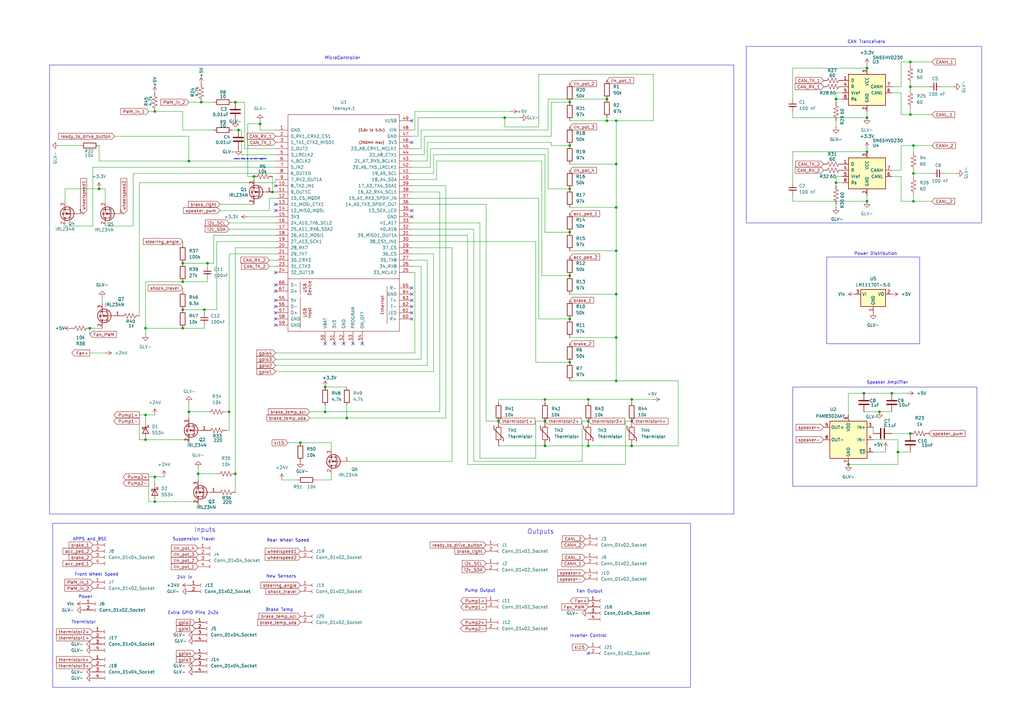
<source format=kicad_sch>
(kicad_sch (version 20250114) (generator "eeschema") (generator_version "9.0")
  (paper "A3")
  (lib_symbols
    (symbol "Amplifier_Audio:PAM8302AAY"
      (property "Reference" "U" (at 7.62 11.43 0))
      (property "Value" "PAM8302AAY" (at 7.62 8.89 0))
      (symbol "PAM8302AAY_1_1"
        (pin input line (at -10.16 5.08 0) (length 2.54) (name "IN+") (number "3"))
        (pin input line (at -10.16 0 0) (length 2.54) (name "IN-") (number "4"))
        (pin input line (at -10.16 -5.08 0) (length 2.54) (name "~{SD}") (number "1"))
        (pin power_in line (at 0 10.16 270) (length 2.54) (name "VDD") (number "6"))
        (pin power_in line (at 0 -10.16 90) (length 2.54) (name "GND") (number "7"))
        (pin no_connect line (at 7.62 -5.08 180) (length 2.54) (hide yes) (name "NC") (number "2"))
        (pin output line (at 10.16 5.08 180) (length 2.54) (name "OUT+") (number "5"))
        (pin output line (at 10.16 0 180) (length 2.54) (name "OUT-") (number "8"))
      )
    )
    (symbol "Connector:Conn_01x02_Socket" (pin_names (offset 1.016) (hide yes))
      (property "Reference" "J" (at 0 2.54 0))
      (property "Value" "Conn_01x02_Socket" (at 0 -5.08 0))
      (symbol "Conn_01x02_Socket_1_1"
        (pin passive line (at -5.08 0 0) (length 3.81) (name "Pin_1") (number "1"))
        (pin passive line (at -5.08 -2.54 0) (length 3.81) (name "Pin_2") (number "2"))
      )
    )
    (symbol "Connector:Conn_01x04_Socket" (pin_names (offset 1.016) (hide yes))
      (property "Reference" "J" (at 0 5.08 0))
      (property "Value" "Conn_01x04_Socket" (at 0 -7.62 0))
      (symbol "Conn_01x04_Socket_1_1"
        (pin passive line (at -5.08 2.54 0) (length 3.81) (name "Pin_1") (number "1"))
        (pin passive line (at -5.08 0 0) (length 3.81) (name "Pin_2") (number "2"))
        (pin passive line (at -5.08 -2.54 0) (length 3.81) (name "Pin_3") (number "3"))
        (pin passive line (at -5.08 -5.08 0) (length 3.81) (name "Pin_4") (number "4"))
      )
    )
    (symbol "Device:C" (pin_numbers (hide yes)) (pin_names (offset 0.254))
      (property "Reference" "C" (at 0.635 2.54 0))
      (property "Value" "C" (at 0.635 -2.54 0))
      (symbol "C_1_1"
        (pin passive line (at 0 3.81 270) (length 2.794) (name "~") (number "1"))
        (pin passive line (at 0 -3.81 90) (length 2.794) (name "~") (number "2"))
      )
    )
    (symbol "Device:C_Small" (pin_numbers (hide yes)) (pin_names (offset 0.254) (hide yes))
      (property "Reference" "C" (at 0.254 1.778 0))
      (property "Value" "C_Small" (at 0.254 -2.032 0))
      (symbol "C_Small_1_1"
        (pin passive line (at 0 2.54 270) (length 2.032) (name "~") (number "1"))
        (pin passive line (at 0 -2.54 90) (length 2.032) (name "~") (number "2"))
      )
    )
    (symbol "Device:R" (pin_numbers (hide yes)) (pin_names (offset 0))
      (property "Reference" "R" (at 2.032 0 90))
      (property "Value" "R" (at 0 0 90))
      (symbol "R_1_1"
        (pin passive line (at 0 3.81 270) (length 1.27) (name "~") (number "1"))
        (pin passive line (at 0 -3.81 90) (length 1.27) (name "~") (number "2"))
      )
    )
    (symbol "Device:R_US" (pin_numbers (hide yes)) (pin_names (offset 0))
      (property "Reference" "R" (at 2.54 0 90))
      (property "Value" "R_US" (at -2.54 0 90))
      (symbol "R_US_1_1"
        (pin passive line (at 0 3.81 270) (length 1.27) (name "~") (number "1"))
        (pin passive line (at 0 -3.81 90) (length 1.27) (name "~") (number "2"))
      )
    )
    (symbol "Device:Thermistor" (pin_numbers (hide yes)) (pin_names (offset 0))
      (property "Reference" "TH" (at 2.54 1.27 90))
      (property "Value" "Thermistor" (at -2.54 0 90))
      (symbol "Thermistor_1_1"
        (pin passive line (at 0 5.08 270) (length 2.54) (name "~") (number "1"))
        (pin passive line (at 0 -5.08 90) (length 2.54) (name "~") (number "2"))
      )
    )
    (symbol "Diode:SS34" (pin_numbers (hide yes)) (pin_names (offset 1.016) (hide yes))
      (property "Reference" "D" (at 0 2.54 0))
      (property "Value" "SS34" (at 0 -2.54 0))
      (symbol "SS34_1_1"
        (pin passive line (at -3.81 0 0) (length 2.54) (name "K") (number "1"))
        (pin passive line (at 3.81 0 180) (length 2.54) (name "A") (number "2"))
      )
    )
    (symbol "Interface_CAN_LIN:SN65HVD230" (pin_names (offset 1.016))
      (property "Reference" "U" (at -2.54 10.16 0))
      (property "Value" "SN65HVD230" (at -2.54 7.62 0))
      (symbol "SN65HVD230_1_1"
        (pin input line (at -10.16 2.54 0) (length 2.54) (name "D") (number "1"))
        (pin output line (at -10.16 0 0) (length 2.54) (name "R") (number "4"))
        (pin output line (at -10.16 -2.54 0) (length 2.54) (name "Vref") (number "5"))
        (pin input line (at -10.16 -5.08 0) (length 2.54) (name "Rs") (number "8"))
        (pin power_in line (at 0 7.62 270) (length 2.54) (name "VCC") (number "3"))
        (pin power_in line (at 0 -10.16 90) (length 2.54) (name "GND") (number "2"))
        (pin bidirectional line (at 10.16 0 180) (length 2.54) (name "CANH") (number "7"))
        (pin bidirectional line (at 10.16 -2.54 180) (length 2.54) (name "CANL") (number "6"))
      )
    )
    (symbol "Regulator_Linear:LM1117DT-5.0"
      (property "Reference" "U" (at -3.81 3.175 0))
      (property "Value" "LM1117DT-5.0" (at 0 3.175 0))
      (symbol "LM1117DT-5.0_1_1"
        (pin power_in line (at -7.62 0 0) (length 2.54) (name "VI") (number "3"))
        (pin power_in line (at 0 -7.62 90) (length 2.54) (name "GND") (number "1"))
        (pin power_out line (at 7.62 0 180) (length 2.54) (name "VO") (number "2"))
      )
    )
    (symbol "Transistor_FET:IRLZ34N" (pin_names (hide yes))
      (property "Reference" "Q" (at 5.08 1.905 0))
      (property "Value" "IRLZ34N" (at 5.08 0 0))
      (symbol "IRLZ34N_1_1"
        (pin input line (at -5.08 0 0) (length 2.54) (name "G") (number "1"))
        (pin passive line (at 2.54 5.08 270) (length 2.54) (name "D") (number "2"))
        (pin passive line (at 2.54 -5.08 90) (length 2.54) (name "S") (number "3"))
      )
    )
    (symbol "power:+24V" (power) (pin_numbers (hide yes)) (pin_names (offset 0) (hide yes))
      (property "Value" "+24V" (at 0 3.556 0))
      (symbol "+24V_1_1"
        (pin power_in line (at 0 0 90) (length 0) (name "~") (number "1"))
      )
    )
    (symbol "power:+3.3V" (power) (pin_numbers (hide yes)) (pin_names (offset 0) (hide yes))
      (property "Value" "+3.3V" (at 0 3.556 0))
      (symbol "+3.3V_1_1"
        (pin power_in line (at 0 0 90) (length 0) (name "~") (number "1"))
      )
    )
    (symbol "power:GND" (power) (pin_numbers (hide yes)) (pin_names (offset 0) (hide yes))
      (property "Value" "GND" (at 0 -3.81 0))
      (symbol "GND_1_1"
        (pin power_in line (at 0 0 270) (length 0) (name "~") (number "1"))
      )
    )
    (symbol "power:VCC" (power) (pin_numbers (hide yes)) (pin_names (offset 0) (hide yes))
      (property "Value" "VCC" (at 0 3.556 0))
      (symbol "VCC_1_1"
        (pin power_in line (at 0 0 90) (length 0) (name "~") (number "1"))
      )
    )
    (symbol "teensy:Teensy4.1" (pin_names (offset 1.016))
      (property "Reference" "U" (at 0 64.77 0))
      (property "Value" "Teensy4.1" (at 0 62.23 0))
      (symbol "Teensy4.1_0_0"
        (text "USB" (at -15.875 -10.16 900) (effects (font (size 1.27 1.27))))
        (text "USB" (at -15.875 -20.32 900) (effects (font (size 1.27 1.27))))
        (text "Device" (at -13.97 -10.16 900) (effects (font (size 1.27 1.27))))
        (text "Host" (at -13.97 -20.32 900) (effects (font (size 1.27 1.27))))
        (text "(3.6v to 5.5v)" (at 11.43 54.61 0) (effects (font (size 1.016 1.016))))
        (text "(250mA max)" (at 11.43 49.53 0) (effects (font (size 1.016 1.016))))
        (text "Ethernet" (at 15.875 -17.145 900) (effects (font (size 1.27 1.27))))
        (pin bidirectional line (at -27.94 44.45 0) (length 5.08) (name "3_LRCLK2") (number "5"))
        (pin bidirectional line (at -27.94 41.91 0) (length 5.08) (name "4_BCLK2") (number "6"))
        (pin bidirectional line (at -27.94 39.37 0) (length 5.08) (name "5_IN2") (number "7"))
        (pin bidirectional line (at -27.94 36.83 0) (length 5.08) (name "6_OUT1D") (number "8"))
        (pin bidirectional line (at -27.94 34.29 0) (length 5.08) (name "7_RX2_OUT1A") (number "9"))
        (pin bidirectional line (at -27.94 31.75 0) (length 5.08) (name "8_TX2_IN1") (number "10"))
        (pin bidirectional line (at -27.94 29.21 0) (length 5.08) (name "9_OUT1C") (number "11"))
        (pin bidirectional line (at -27.94 26.67 0) (length 5.08) (name "10_CS_MQSR") (number "12"))
        (pin bidirectional line (at -27.94 24.13 0) (length 5.08) (name "11_MOSI_CTX1") (number "13"))
        (pin bidirectional line (at -27.94 21.59 0) (length 5.08) (name "12_MISO_MQSL") (number "14"))
        (pin power_in line (at -27.94 19.05 0) (length 5.08) (name "3V3") (number "15"))
        (pin bidirectional line (at -27.94 16.51 0) (length 5.08) (name "24_A10_TX6_SCL2") (number "16"))
        (pin bidirectional line (at -27.94 13.97 0) (length 5.08) (name "25_A11_RX6_SDA2") (number "17"))
        (pin bidirectional line (at -27.94 11.43 0) (length 5.08) (name "26_A12_MOSI1") (number "18"))
        (pin bidirectional line (at -27.94 8.89 0) (length 5.08) (name "27_A13_SCK1") (number "19"))
        (pin bidirectional line (at -27.94 6.35 0) (length 5.08) (name "28_RX7") (number "20"))
        (pin bidirectional line (at -27.94 3.81 0) (length 5.08) (name "29_TX7") (number "21"))
        (pin bidirectional line (at -27.94 1.27 0) (length 5.08) (name "30_CRX3") (number "22"))
        (pin bidirectional line (at -27.94 -1.27 0) (length 5.08) (name "31_CTX3") (number "23"))
        (pin bidirectional line (at -27.94 -3.81 0) (length 5.08) (name "32_OUT1B") (number "24"))
        (pin bidirectional line (at -27.94 -8.89 0) (length 5.08) (name "D-") (number "66"))
        (pin bidirectional line (at -27.94 -11.43 0) (length 5.08) (name "D+") (number "67"))
        (pin power_out line (at -27.94 -15.24 0) (length 5.08) (name "5V") (number "55"))
        (pin bidirectional line (at -27.94 -17.78 0) (length 5.08) (name "D-") (number "56"))
        (pin bidirectional line (at -27.94 -20.32 0) (length 5.08) (name "D+") (number "57"))
        (pin power_in line (at -27.94 -22.86 0) (length 5.08) (name "GND") (number "58"))
        (pin power_in line (at -27.94 -25.4 0) (length 5.08) (name "GND") (number "59"))
        (pin power_in line (at -7.62 -33.02 90) (length 5.08) (name "VBAT") (number "50"))
        (pin power_in line (at -3.81 -33.02 90) (length 5.08) (name "3V3") (number "51"))
        (pin input line (at 0 -33.02 90) (length 5.08) (name "GND") (number "52"))
        (pin input line (at 3.81 -33.02 90) (length 5.08) (name "PROGRAM") (number "53"))
        (pin input line (at 7.62 -33.02 90) (length 5.08) (name "ON_OFF") (number "54"))
        (pin power_out line (at 27.94 58.42 180) (length 5.08) (name "VUSB") (number "49"))
        (pin power_in line (at 27.94 54.61 180) (length 5.08) (name "VIN") (number "48"))
        (pin output line (at 27.94 52.07 180) (length 5.08) (name "GND") (number "47"))
        (pin output line (at 27.94 49.53 180) (length 5.08) (name "3V3") (number "46"))
        (pin bidirectional line (at 27.94 46.99 180) (length 5.08) (name "23_A9_CRX1_MCLK1") (number "45"))
        (pin bidirectional line (at 27.94 44.45 180) (length 5.08) (name "22_A8_CTX1") (number "44"))
        (pin bidirectional line (at 27.94 41.91 180) (length 5.08) (name "21_A7_RX5_BCLK1") (number "43"))
        (pin bidirectional line (at 27.94 39.37 180) (length 5.08) (name "20_A6_TX5_LRCLK1") (number "42"))
        (pin bidirectional line (at 27.94 36.83 180) (length 5.08) (name "19_A5_SCL") (number "41"))
        (pin bidirectional line (at 27.94 34.29 180) (length 5.08) (name "18_A4_SDA") (number "40"))
        (pin bidirectional line (at 27.94 31.75 180) (length 5.08) (name "17_A3_TX4_SDA1") (number "39"))
        (pin bidirectional line (at 27.94 29.21 180) (length 5.08) (name "16_A2_RX4_SCL1") (number "38"))
        (pin bidirectional line (at 27.94 26.67 180) (length 5.08) (name "15_A1_RX3_SPDIF_IN") (number "37"))
        (pin bidirectional line (at 27.94 24.13 180) (length 5.08) (name "14_A0_TX3_SPDIF_OUT") (number "36"))
        (pin bidirectional line (at 27.94 21.59 180) (length 5.08) (name "13_SCK_LED") (number "35"))
        (pin bidirectional line (at 27.94 16.51 180) (length 5.08) (name "41_A17") (number "33"))
        (pin bidirectional line (at 27.94 13.97 180) (length 5.08) (name "40_A16") (number "32"))
        (pin bidirectional line (at 27.94 11.43 180) (length 5.08) (name "39_MISO1_OUT1A") (number "31"))
        (pin bidirectional line (at 27.94 8.89 180) (length 5.08) (name "38_CS1_IN1") (number "30"))
        (pin bidirectional line (at 27.94 6.35 180) (length 5.08) (name "37_CS") (number "29"))
        (pin bidirectional line (at 27.94 3.81 180) (length 5.08) (name "36_CS") (number "28"))
        (pin bidirectional line (at 27.94 1.27 180) (length 5.08) (name "35_TX8") (number "27"))
        (pin bidirectional line (at 27.94 -1.27 180) (length 5.08) (name "34_RX8") (number "26"))
        (pin bidirectional line (at 27.94 -3.81 180) (length 5.08) (name "33_MCLK2") (number "25"))
        (pin bidirectional line (at 27.94 -10.16 180) (length 5.08) (name "R-") (number "65"))
        (pin power_in line (at 27.94 -12.7 180) (length 5.08) (name "GND") (number "64"))
        (pin bidirectional line (at 27.94 -15.24 180) (length 5.08) (name "T+") (number "63"))
        (pin bidirectional line (at 27.94 -17.78 180) (length 5.08) (name "T-") (number "62"))
        (pin bidirectional line (at 27.94 -20.32 180) (length 5.08) (name "LED") (number "61"))
        (pin bidirectional line (at 27.94 -22.86 180) (length 5.08) (name "R+") (number "60"))
      )
      (symbol "Teensy4.1_1_1"
        (pin power_in line (at -27.94 54.61 0) (length 5.08) (name "GND") (number "1"))
        (pin bidirectional line (at -27.94 52.07 0) (length 5.08) (name "0_RX1_CRX2_CS1") (number "2"))
        (pin bidirectional line (at -27.94 49.53 0) (length 5.08) (name "1_TX1_CTX2_MISO1") (number "3"))
        (pin bidirectional line (at -27.94 46.99 0) (length 5.08) (name "2_OUT2") (number "4"))
        (pin power_in line (at 27.94 19.05 180) (length 5.08) (name "GND") (number "34"))
      )
    )
  )
  (rectangle (start 21.59 214.63) (end 283.21 281.94))
  (rectangle (start 20.32 26.67) (end 300.99 210.82))
  (rectangle (start 306.07 19.05) (end 402.59 91.44))
  (rectangle (start 325.12 158.75) (end 400.685 199.39))
  (rectangle (start 339.09 105.41) (end 377.19 140.97))
  (text "Suspension Travel" (at 79.502 221.234 0) (effects (font (size 1.27 1.27))))
  (text "Brake Temp\n" (at 114.554 250.19 0) (effects (font (size 1.27 1.27))))
  (text "APPS and BSE" (at 36.83 221.234 0) (effects (font (size 1.27 1.27))))
  (text "ensure these do not short together" (at 102.616 65.278 0) (effects (font (size 0.5 0.5))))
  (text "Inverter Control\n" (at 241.3 260.858 0) (effects (font (size 1.27 1.27))))
  (text "Power" (at 35.052 244.856 0) (effects (font (size 1.27 1.27))))
  (text "New Sensors" (at 115.316 236.474 0) (effects (font (size 1.27 1.27))))
  (text "Extra GPIO Pins 2x2s\n\n" (at 79.248 252.476 0) (effects (font (size 1.27 1.27))))
  (text "Rear Wheel Speed" (at 118.11 221.742 0) (effects (font (size 1.27 1.27))))
  (text "Front Wheel Speed" (at 39.624 235.712 0) (effects (font (size 1.27 1.27))))
  (text "Inputs" (at 84.074 217.424 0) (effects (font (size 1.905 1.905))))
  (text "Fan Output\n" (at 241.808 242.57 0) (effects (font (size 1.27 1.27))))
  (text "Power Distribution" (at 359.156 104.14 0) (effects (font (size 1.27 1.27))))
  (text "24V in\n" (at 75.692 236.982 0) (effects (font (size 1.27 1.27))))
  (text "Speaker Amplifier\n" (at 363.982 156.972 0) (effects (font (size 1.27 1.27))))
  (text "Thermistor" (at 34.29 255.27 0) (effects (font (size 1.27 1.27))))
  (text "Outputs" (at 221.742 218.186 0) (effects (font (size 1.905 1.905))))
  (text "Pump Output\n" (at 196.85 242.316 0) (effects (font (size 1.27 1.27))))
  (text "CAN Tranceivers" (at 355.346 17.272 0) (effects (font (size 1.27 1.27))))
  (text "MicroController" (at 140.462 23.876 0) (effects (font (size 1.27 1.27))))
  (junction (at 373.38 177.8))
  (junction (at 233.68 59.69))
  (junction (at 74.93 134.62))
  (junction (at 111.76 78.74))
  (junction (at 74.93 127))
  (junction (at 106.68 50.8))
  (junction (at 373.38 46.99))
  (junction (at 241.3 163.83))
  (junction (at 74.93 107.95))
  (junction (at 233.68 113.03))
  (junction (at 104.14 72.39))
  (junction (at 368.3 185.42))
  (junction (at 133.35 168.91))
  (junction (at 59.69 180.34))
  (junction (at 354.33 161.29))
  (junction (at 142.24 171.45))
  (junction (at 77.47 66.04))
  (junction (at 355.6 62.23))
  (junction (at 360.68 168.91))
  (junction (at 342.9 40.64))
  (junction (at 365.76 161.29))
  (junction (at 373.38 25.4))
  (junction (at 97.79 53.34))
  (junction (at 355.6 82.55))
  (junction (at 63.5 45.72))
  (junction (at 373.38 35.56))
  (junction (at 85.09 107.95))
  (junction (at 63.5 195.58))
  (junction (at 83.82 127))
  (junction (at 233.68 148.59))
  (junction (at 82.55 41.91))
  (junction (at 252.73 120.65))
  (junction (at 36.83 134.62))
  (junction (at 347.98 190.5))
  (junction (at 123.19 181.61))
  (junction (at 233.68 41.91))
  (junction (at 81.28 194.31))
  (junction (at 374.65 82.55))
  (junction (at 233.68 77.47))
  (junction (at 133.35 158.75))
  (junction (at 259.08 182.88))
  (junction (at 248.92 49.53))
  (junction (at 59.69 134.62))
  (junction (at 355.6 48.26))
  (junction (at 241.3 182.88))
  (junction (at 374.65 59.69))
  (junction (at 252.73 102.87))
  (junction (at 241.3 172.72))
  (junction (at 207.01 48.26))
  (junction (at 259.08 172.72))
  (junction (at 223.52 163.83))
  (junction (at 96.52 194.31))
  (junction (at 259.08 163.83))
  (junction (at 204.47 172.72))
  (junction (at 96.52 41.91))
  (junction (at 223.52 172.72))
  (junction (at 252.73 156.21))
  (junction (at 252.73 67.31))
  (junction (at 40.64 77.47))
  (junction (at 342.9 74.93))
  (junction (at 355.6 27.94))
  (junction (at 77.47 168.91))
  (junction (at 374.65 71.12))
  (junction (at 233.68 130.81))
  (junction (at 252.73 138.43))
  (junction (at 74.93 115.57))
  (junction (at 252.73 49.53))
  (junction (at 63.5 205.74))
  (junction (at 248.92 40.64))
  (junction (at 93.98 168.91))
  (junction (at 252.73 85.09))
  (junction (at 223.52 182.88))
  (junction (at 233.68 95.25))
  (junction (at 59.69 170.18))
  (no_connect (at 168.91 88.9))
  (no_connect (at 133.35 140.97))
  (no_connect (at 113.03 76.2))
  (no_connect (at 140.97 140.97))
  (no_connect (at 148.59 140.97))
  (no_connect (at 113.03 111.76))
  (no_connect (at 168.91 125.73))
  (no_connect (at 113.03 125.73))
  (no_connect (at 113.03 130.81))
  (no_connect (at 113.03 119.38))
  (no_connect (at 168.91 123.19))
  (no_connect (at 241.3 267.97))
  (no_connect (at 137.16 140.97))
  (no_connect (at 168.91 128.27))
  (no_connect (at 113.03 128.27))
  (no_connect (at 113.03 83.82))
  (no_connect (at 168.91 58.42))
  (no_connect (at 144.78 140.97))
  (no_connect (at 168.91 86.36))
  (no_connect (at 168.91 49.53))
  (no_connect (at 168.91 130.81))
  (no_connect (at 113.03 116.84))
  (no_connect (at 113.03 133.35))
  (no_connect (at 113.03 123.19))
  (no_connect (at 168.91 118.11))
  (no_connect (at 168.91 120.65))
  (no_connect (at 113.03 86.36))
  (wire (pts (xy 278.13 182.88) (xy 259.08 182.88)))
  (wire (pts (xy 374.65 69.85) (xy 374.65 71.12)))
  (wire (pts (xy 259.08 165.1) (xy 259.08 163.83)))
  (wire (pts (xy 373.38 25.4) (xy 382.27 25.4)))
  (wire (pts (xy 172.72 147.32) (xy 113.03 147.32)))
  (wire (pts (xy 36.83 137.16) (xy 36.83 134.62)))
  (wire (pts (xy 110.49 106.68) (xy 113.03 106.68)))
  (wire (pts (xy 40.64 66.04) (xy 40.64 59.69)))
  (wire (pts (xy 177.8 63.5) (xy 223.52 63.5)))
  (wire (pts (xy 241.3 165.1) (xy 241.3 163.83)))
  (wire (pts (xy 194.31 189.23) (xy 238.76 189.23)))
  (wire (pts (xy 374.65 80.01) (xy 374.65 82.55)))
  (wire (pts (xy 325.12 82.55) (xy 325.12 80.01)))
  (wire (pts (xy 63.5 195.58) (xy 67.31 195.58)))
  (wire (pts (xy 369.57 72.39) (xy 369.57 82.55)))
  (wire (pts (xy 179.07 73.66) (xy 168.91 73.66)))
  (wire (pts (xy 374.65 59.69) (xy 382.27 59.69)))
  (wire (pts (xy 59.69 115.57) (xy 59.69 134.62)))
  (wire (pts (xy 369.57 35.56) (xy 369.57 25.4)))
  (wire (pts (xy 168.91 106.68) (xy 175.26 106.68)))
  (wire (pts (xy 373.38 35.56) (xy 381 35.56)))
  (wire (pts (xy 224.79 77.47) (xy 233.68 77.47)))
  (wire (pts (xy 177.8 63.5) (xy 177.8 71.12)))
  (wire (pts (xy 60.96 195.58) (xy 63.5 195.58)))
  (wire (pts (xy 173.99 55.88) (xy 226.06 55.88)))
  (wire (pts (xy 83.82 134.62) (xy 83.82 133.35)))
  (wire (pts (xy 96.52 194.31) (xy 96.52 201.93)))
  (wire (pts (xy 355.6 82.55) (xy 355.6 80.01)))
  (wire (pts (xy 85.09 114.3) (xy 85.09 115.57)))
  (wire (pts (xy 207.01 48.26) (xy 213.36 48.26)))
  (wire (pts (xy 110.49 81.28) (xy 110.49 86.36)))
  (wire (pts (xy 355.6 60.96) (xy 355.6 62.23)))
  (wire (pts (xy 38.1 92.71) (xy 26.67 92.71)))
  (wire (pts (xy 81.28 194.31) (xy 88.9 194.31)))
  (wire (pts (xy 252.73 49.53) (xy 252.73 67.31)))
  (wire (pts (xy 111.76 72.39) (xy 111.76 78.74)))
  (wire (pts (xy 219.71 172.72) (xy 223.52 172.72)))
  (wire (pts (xy 123.19 181.61) (xy 135.89 181.61)))
  (wire (pts (xy 365.76 35.56) (xy 369.57 35.56)))
  (wire (pts (xy 106.68 50.8) (xy 101.6 50.8)))
  (wire (pts (xy 90.17 83.82) (xy 104.14 83.82)))
  (wire (pts (xy 46.99 55.88) (xy 77.47 55.88)))
  (wire (pts (xy 99.06 53.34) (xy 99.06 63.5)))
  (wire (pts (xy 374.65 71.12) (xy 374.65 72.39)))
  (wire (pts (xy 185.42 101.6) (xy 185.42 189.23)))
  (wire (pts (xy 259.08 163.83) (xy 267.97 163.83)))
  (wire (pts (xy 74.93 53.34) (xy 87.63 53.34)))
  (wire (pts (xy 219.71 148.59) (xy 233.68 148.59)))
  (wire (pts (xy 110.49 109.22) (xy 113.03 109.22)))
  (wire (pts (xy 325.12 48.26) (xy 325.12 45.72)))
  (wire (pts (xy 222.25 113.03) (xy 222.25 66.04)))
  (wire (pts (xy 173.99 63.5) (xy 168.91 63.5)))
  (wire (pts (xy 59.69 134.62) (xy 74.93 134.62)))
  (wire (pts (xy 99.06 63.5) (xy 113.03 63.5)))
  (wire (pts (xy 358.14 175.26) (xy 358.14 177.8)))
  (wire (pts (xy 222.25 113.03) (xy 233.68 113.03)))
  (wire (pts (xy 54.61 92.71) (xy 54.61 71.12)))
  (wire (pts (xy 194.31 93.98) (xy 194.31 189.23)))
  (wire (pts (xy 43.18 92.71) (xy 54.61 92.71)))
  (wire (pts (xy 113.03 73.66) (xy 113.03 74.93)))
  (wire (pts (xy 180.34 168.91) (xy 133.35 168.91)))
  (wire (pts (xy 113.03 81.28) (xy 110.49 81.28)))
  (wire (pts (xy 224.79 40.64) (xy 248.92 40.64)))
  (wire (pts (xy 173.99 55.88) (xy 173.99 63.5)))
  (wire (pts (xy 77.47 41.91) (xy 82.55 41.91)))
  (wire (pts (xy 170.18 45.72) (xy 170.18 53.34)))
  (wire (pts (xy 204.47 165.1) (xy 204.47 163.83)))
  (wire (pts (xy 325.12 40.64) (xy 325.12 27.94)))
  (wire (pts (xy 238.76 189.23) (xy 238.76 172.72)))
  (wire (pts (xy 369.57 38.1) (xy 369.57 46.99)))
  (wire (pts (xy 342.9 72.39) (xy 342.9 74.93)))
  (wire (pts (xy 342.9 74.93) (xy 345.44 74.93)))
  (wire (pts (xy 60.96 45.72) (xy 63.5 45.72)))
  (wire (pts (xy 373.38 25.4) (xy 373.38 26.67)))
  (wire (pts (xy 133.35 158.75) (xy 142.24 158.75)))
  (wire (pts (xy 168.91 109.22) (xy 172.72 109.22)))
  (wire (pts (xy 177.8 71.12) (xy 168.91 71.12)))
  (wire (pts (xy 365.76 69.85) (xy 369.57 69.85)))
  (wire (pts (xy 57.15 172.72) (xy 57.15 180.34)))
  (wire (pts (xy 93.98 168.91) (xy 93.98 176.53)))
  (wire (pts (xy 101.6 50.8) (xy 101.6 72.39)))
  (wire (pts (xy 191.77 96.52) (xy 191.77 190.5)))
  (wire (pts (xy 81.28 191.77) (xy 81.28 194.31)))
  (wire (pts (xy 168.91 101.6) (xy 185.42 101.6)))
  (wire (pts (xy 233.68 102.87) (xy 252.73 102.87)))
  (wire (pts (xy 85.09 107.95) (xy 85.09 109.22)))
  (wire (pts (xy 355.6 26.67) (xy 355.6 27.94)))
  (wire (pts (xy 40.64 66.04) (xy 77.47 66.04)))
  (wire (pts (xy 252.73 120.65) (xy 252.73 138.43)))
  (wire (pts (xy 82.55 41.91) (xy 87.63 41.91)))
  (wire (pts (xy 252.73 138.43) (xy 252.73 156.21)))
  (wire (pts (xy 223.52 95.25) (xy 223.52 63.5)))
  (wire (pts (xy 168.91 83.82) (xy 199.39 83.82)))
  (wire (pts (xy 77.47 55.88) (xy 77.47 66.04)))
  (wire (pts (xy 57.15 74.93) (xy 57.15 129.54)))
  (wire (pts (xy 38.1 68.58) (xy 38.1 92.71)))
  (wire (pts (xy 96.52 101.6) (xy 96.52 194.31)))
  (wire (pts (xy 175.26 149.86) (xy 113.03 149.86)))
  (wire (pts (xy 172.72 53.34) (xy 224.79 53.34)))
  (wire (pts (xy 342.9 52.07) (xy 342.9 49.53)))
  (wire (pts (xy 252.73 85.09) (xy 252.73 102.87)))
  (wire (pts (xy 87.63 96.52) (xy 87.63 107.95)))
  (wire (pts (xy 104.14 72.39) (xy 104.14 73.66)))
  (wire (pts (xy 204.47 182.88) (xy 223.52 182.88)))
  (wire (pts (xy 233.68 138.43) (xy 252.73 138.43)))
  (wire (pts (xy 176.53 68.58) (xy 168.91 68.58)))
  (wire (pts (xy 59.69 170.18) (xy 63.5 170.18)))
  (wire (pts (xy 241.3 182.88) (xy 259.08 182.88)))
  (wire (pts (xy 135.89 196.85) (xy 129.54 196.85)))
  (wire (pts (xy 219.71 187.96) (xy 219.71 172.72)))
  (wire (pts (xy 267.97 30.48) (xy 220.98 30.48)))
  (wire (pts (xy 135.89 194.31) (xy 135.89 196.85)))
  (wire (pts (xy 223.52 163.83) (xy 241.3 163.83)))
  (wire (pts (xy 226.06 58.42) (xy 226.06 59.69)))
  (wire (pts (xy 63.5 205.74) (xy 81.28 205.74)))
  (wire (pts (xy 83.82 127) (xy 83.82 128.27)))
  (wire (pts (xy 226.06 55.88) (xy 226.06 41.91)))
  (wire (pts (xy 168.91 76.2) (xy 182.88 76.2)))
  (wire (pts (xy 168.91 96.52) (xy 191.77 96.52)))
  (wire (pts (xy 24.13 59.69) (xy 33.02 59.69)))
  (wire (pts (xy 176.53 60.96) (xy 176.53 68.58)))
  (wire (pts (xy 93.98 104.14) (xy 93.98 168.91)))
  (wire (pts (xy 60.96 205.74) (xy 63.5 205.74)))
  (wire (pts (xy 168.91 93.98) (xy 194.31 93.98)))
  (wire (pts (xy 256.54 172.72) (xy 256.54 190.5)))
  (wire (pts (xy 176.53 60.96) (xy 224.79 60.96)))
  (wire (pts (xy 26.67 77.47) (xy 26.67 82.55)))
  (wire (pts (xy 196.85 91.44) (xy 196.85 187.96)))
  (wire (pts (xy 373.38 44.45) (xy 373.38 46.99)))
  (wire (pts (xy 252.73 102.87) (xy 252.73 120.65)))
  (wire (pts (xy 170.18 53.34) (xy 168.91 53.34)))
  (wire (pts (xy 100.33 60.96) (xy 113.03 60.96)))
  (wire (pts (xy 175.26 106.68) (xy 175.26 149.86)))
  (wire (pts (xy 74.93 99.06) (xy 74.93 100.33)))
  (wire (pts (xy 135.89 181.61) (xy 135.89 184.15)))
  (wire (pts (xy 373.38 46.99) (xy 382.27 46.99)))
  (wire (pts (xy 36.83 144.78) (xy 43.18 144.78)))
  (wire (pts (xy 96.52 101.6) (xy 113.03 101.6)))
  (wire (pts (xy 63.5 195.58) (xy 63.5 198.12)))
  (wire (pts (xy 168.91 78.74) (xy 180.34 78.74)))
  (wire (pts (xy 220.98 52.07) (xy 207.01 52.07)))
  (wire (pts (xy 111.76 78.74) (xy 113.03 78.74)))
  (wire (pts (xy 175.26 58.42) (xy 175.26 66.04)))
  (wire (pts (xy 182.88 76.2) (xy 182.88 171.45)))
  (wire (pts (xy 81.28 194.31) (xy 81.28 196.85)))
  (wire (pts (xy 170.18 45.72) (xy 209.55 45.72)))
  (wire (pts (xy 369.57 46.99) (xy 373.38 46.99)))
  (wire (pts (xy 248.92 49.53) (xy 252.73 49.53)))
  (wire (pts (xy 354.33 161.29) (xy 347.98 161.29)))
  (wire (pts (xy 374.65 82.55) (xy 382.27 82.55)))
  (wire (pts (xy 179.07 66.04) (xy 179.07 73.66)))
  (wire (pts (xy 196.85 187.96) (xy 219.71 187.96)))
  (wire (pts (xy 179.07 66.04) (xy 222.25 66.04)))
  (wire (pts (xy 224.79 77.47) (xy 224.79 60.96)))
  (wire (pts (xy 101.6 72.39) (xy 104.14 72.39)))
  (wire (pts (xy 252.73 156.21) (xy 278.13 156.21)))
  (wire (pts (xy 74.93 115.57) (xy 59.69 115.57)))
  (wire (pts (xy 223.52 95.25) (xy 233.68 95.25)))
  (wire (pts (xy 180.34 78.74) (xy 180.34 168.91)))
  (wire (pts (xy 83.82 127) (xy 74.93 127)))
  (wire (pts (xy 347.98 190.5) (xy 368.3 190.5)))
  (wire (pts (xy 233.68 67.31) (xy 252.73 67.31)))
  (wire (pts (xy 172.72 109.22) (xy 172.72 147.32)))
  (wire (pts (xy 113.03 104.14) (xy 93.98 104.14)))
  (wire (pts (xy 60.96 198.12) (xy 60.96 205.74)))
  (wire (pts (xy 74.93 45.72) (xy 74.93 53.34)))
  (wire (pts (xy 90.17 86.36) (xy 110.49 86.36)))
  (wire (pts (xy 171.45 48.26) (xy 207.01 48.26)))
  (wire (pts (xy 113.03 96.52) (xy 87.63 96.52)))
  (wire (pts (xy 267.97 30.48) (xy 267.97 49.53)))
  (wire (pts (xy 219.71 99.06) (xy 219.71 148.59)))
  (wire (pts (xy 170.18 111.76) (xy 170.18 144.78)))
  (wire (pts (xy 369.57 82.55) (xy 374.65 82.55)))
  (wire (pts (xy 199.39 83.82) (xy 199.39 172.72)))
  (wire (pts (xy 95.25 53.34) (xy 97.79 53.34)))
  (wire (pts (xy 373.38 34.29) (xy 373.38 35.56)))
  (wire (pts (xy 345.44 38.1) (xy 342.9 38.1)))
  (wire (pts (xy 347.98 161.29) (xy 347.98 170.18)))
  (wire (pts (xy 113.03 68.58) (xy 38.1 68.58)))
  (wire (pts (xy 113.03 74.93) (xy 57.15 74.93)))
  (wire (pts (xy 342.9 40.64) (xy 345.44 40.64)))
  (wire (pts (xy 93.98 176.53) (xy 92.71 176.53)))
  (wire (pts (xy 171.45 48.26) (xy 171.45 55.88)))
  (wire (pts (xy 168.91 81.28) (xy 220.98 81.28)))
  (wire (pts (xy 204.47 172.72) (xy 199.39 172.72)))
  (wire (pts (xy 171.45 55.88) (xy 168.91 55.88)))
  (wire (pts (xy 101.6 88.9) (xy 113.03 88.9)))
  (wire (pts (xy 133.35 166.37) (xy 133.35 168.91)))
  (wire (pts (xy 95.25 41.91) (xy 96.52 41.91)))
  (wire (pts (xy 374.65 59.69) (xy 374.65 62.23)))
  (wire (pts (xy 77.47 180.34) (xy 77.47 181.61)))
  (wire (pts (xy 40.64 77.47) (xy 43.18 77.47)))
  (wire (pts (xy 369.57 59.69) (xy 374.65 59.69)))
  (wire (pts (xy 168.91 99.06) (xy 219.71 99.06)))
  (wire (pts (xy 368.3 180.34) (xy 368.3 185.42)))
  (wire (pts (xy 106.68 50.8) (xy 106.68 53.34)))
  (wire (pts (xy 325.12 62.23) (xy 355.6 62.23)))
  (wire (pts (xy 342.9 85.09) (xy 342.9 83.82)))
  (wire (pts (xy 93.98 168.91) (xy 92.71 168.91)))
  (wire (pts (xy 77.47 66.04) (xy 113.03 66.04)))
  (wire (pts (xy 118.11 181.61) (xy 123.19 181.61)))
  (wire (pts (xy 241.3 163.83) (xy 259.08 163.83)))
  (wire (pts (xy 354.33 161.29) (xy 365.76 161.29)))
  (wire (pts (xy 88.9 127) (xy 83.82 127)))
  (wire (pts (xy 365.76 177.8) (xy 373.38 177.8)))
  (wire (pts (xy 100.33 41.91) (xy 100.33 60.96)))
  (wire (pts (xy 248.92 49.53) (xy 248.92 48.26)))
  (wire (pts (xy 374.65 71.12) (xy 382.27 71.12)))
  (wire (pts (xy 59.69 180.34) (xy 77.47 180.34)))
  (wire (pts (xy 177.8 152.4) (xy 113.03 152.4)))
  (wire (pts (xy 115.57 196.85) (xy 121.92 196.85)))
  (wire (pts (xy 386.08 35.56) (xy 391.16 35.56)))
  (wire (pts (xy 233.68 49.53) (xy 248.92 49.53)))
  (wire (pts (xy 106.68 49.53) (xy 106.68 50.8)))
  (wire (pts (xy 142.24 166.37) (xy 142.24 171.45)))
  (wire (pts (xy 57.15 170.18) (xy 59.69 170.18)))
  (wire (pts (xy 87.63 107.95) (xy 85.09 107.95)))
  (wire (pts (xy 373.38 185.42) (xy 368.3 185.42)))
  (wire (pts (xy 355.6 48.26) (xy 355.6 45.72)))
  (wire (pts (xy 259.08 172.72) (xy 256.54 172.72)))
  (wire (pts (xy 182.88 171.45) (xy 142.24 171.45)))
  (wire (pts (xy 220.98 130.81) (xy 220.98 81.28)))
  (wire (pts (xy 325.12 74.93) (xy 325.12 62.23)))
  (wire (pts (xy 278.13 156.21) (xy 278.13 182.88)))
  (wire (pts (xy 77.47 168.91) (xy 85.09 168.91)))
  (wire (pts (xy 168.91 91.44) (xy 196.85 91.44)))
  (wire (pts (xy 77.47 168.91) (xy 77.47 171.45)))
  (wire (pts (xy 238.76 172.72) (xy 241.3 172.72)))
  (wire (pts (xy 133.35 168.91) (xy 127 168.91)))
  (wire (pts (xy 220.98 130.81) (xy 233.68 130.81)))
  (wire (pts (xy 96.52 41.91) (xy 100.33 41.91)))
  (wire (pts (xy 223.52 165.1) (xy 223.52 163.83)))
  (wire (pts (xy 175.26 66.04) (xy 168.91 66.04)))
  (wire (pts (xy 223.52 182.88) (xy 241.3 182.88)))
  (wire (pts (xy 207.01 48.26) (xy 207.01 52.07)))
  (wire (pts (xy 185.42 189.23) (xy 143.51 189.23)))
  (wire (pts (xy 88.9 99.06) (xy 113.03 99.06)))
  (wire (pts (xy 74.93 107.95) (xy 85.09 107.95)))
  (wire (pts (xy 74.93 115.57) (xy 85.09 115.57)))
  (wire (pts (xy 342.9 76.2) (xy 342.9 74.93)))
  (wire (pts (xy 365.76 38.1) (xy 369.57 38.1)))
  (wire (pts (xy 97.79 53.34) (xy 99.06 53.34)))
  (wire (pts (xy 168.91 104.14) (xy 177.8 104.14)))
  (wire (pts (xy 177.8 104.14) (xy 177.8 152.4)))
  (wire (pts (xy 88.9 99.06) (xy 88.9 127)))
  (wire (pts (xy 267.97 49.53) (xy 252.73 49.53)))
  (wire (pts (xy 142.24 171.45) (xy 127 171.45)))
  (wire (pts (xy 63.5 45.72) (xy 74.93 45.72)))
  (wire (pts (xy 342.9 38.1) (xy 342.9 40.64)))
  (wire (pts (xy 106.68 53.34) (xy 113.03 53.34)))
  (wire (pts (xy 93.98 93.98) (xy 113.03 93.98)))
  (wire (pts (xy 256.54 190.5) (xy 191.77 190.5)))
  (wire (pts (xy 43.18 77.47) (xy 43.18 82.55)))
  (wire (pts (xy 170.18 144.78) (xy 113.03 144.78)))
  (wire (pts (xy 59.69 134.62) (xy 59.69 137.16)))
  (wire (pts (xy 226.06 41.91) (xy 233.68 41.91)))
  (wire (pts (xy 175.26 58.42) (xy 226.06 58.42)))
  (wire (pts (xy 59.69 170.18) (xy 59.69 172.72)))
  (wire (pts (xy 220.98 30.48) (xy 220.98 52.07)))
  (wire (pts (xy 204.47 163.83) (xy 223.52 163.83)))
  (wire (pts (xy 368.3 180.34) (xy 358.14 180.34)))
  (wire (pts (xy 345.44 72.39) (xy 342.9 72.39)))
  (wire (pts (xy 81.28 205.74) (xy 81.28 207.01)))
  (wire (pts (xy 233.68 85.09) (xy 252.73 85.09)))
  (wire (pts (xy 172.72 53.34) (xy 172.72 60.96)))
  (wire (pts (xy 354.33 168.91) (xy 360.68 168.91)))
  (wire (pts (xy 74.93 134.62) (xy 83.82 134.62)))
  (wire (pts (xy 369.57 25.4) (xy 373.38 25.4)))
  (wire (pts (xy 342.9 41.91) (xy 342.9 40.64)))
  (wire (pts (xy 325.12 27.94) (xy 355.6 27.94)))
  (wire (pts (xy 373.38 35.56) (xy 373.38 36.83)))
  (wire (pts (xy 226.06 59.69) (xy 233.68 59.69)))
  (wire (pts (xy 40.64 77.47) (xy 26.67 77.47)))
  (wire (pts (xy 325.12 48.26) (xy 355.6 48.26)))
  (wire (pts (xy 360.68 168.91) (xy 365.76 168.91)))
  (wire (pts (xy 355.6 82.55) (xy 325.12 82.55)))
  (wire (pts (xy 365.76 72.39) (xy 369.57 72.39)))
  (wire (pts (xy 41.91 121.92) (xy 41.91 124.46)))
  (wire (pts (xy 74.93 118.11) (xy 74.93 119.38)))
  (wire (pts (xy 168.91 111.76) (xy 170.18 111.76)))
  (wire (pts (xy 387.35 71.12) (xy 392.43 71.12)))
  (wire (pts (xy 233.68 120.65) (xy 252.73 120.65)))
  (wire (pts (xy 54.61 71.12) (xy 113.03 71.12)))
  (wire (pts (xy 369.57 69.85) (xy 369.57 59.69)))
  (wire (pts (xy 363.22 185.42) (xy 358.14 185.42)))
  (wire (pts (xy 252.73 67.31) (xy 252.73 85.09)))
  (wire (pts (xy 365.76 161.29) (xy 372.11 161.29)))
  (wire (pts (xy 77.47 165.1) (xy 77.47 168.91)))
  (wire (pts (xy 93.98 91.44) (xy 113.03 91.44)))
  (wire (pts (xy 36.83 134.62) (xy 41.91 134.62)))
  (wire (pts (xy 363.22 184.15) (xy 363.22 185.42)))
  (wire (pts (xy 368.3 185.42) (xy 368.3 190.5)))
  (wire (pts (xy 224.79 53.34) (xy 224.79 40.64)))
  (wire (pts (xy 57.15 180.34) (xy 59.69 180.34)))
  (wire (pts (xy 233.68 156.21) (xy 252.73 156.21)))
  (wire (pts (xy 172.72 60.96) (xy 168.91 60.96)))
  (global_label "ready_to_drive_button" (shape input) (at 199.39 223.52 180) (property "Intersheetrefs" "${INTERSHEET_REFS}" (effects (hide yes))))
  (global_label "shock_travel" (shape input) (at 74.93 118.11 180) (property "Intersheetrefs" "${INTERSHEET_REFS}" (effects (hide yes))))
  (global_label "acc_ped_1" (shape input) (at 233.68 87.63 0) (property "Intersheetrefs" "${INTERSHEET_REFS}" (effects (hide yes))))
  (global_label "lin_pot_4" (shape input) (at 81.28 224.79 180) (property "Intersheetrefs" "${INTERSHEET_REFS}" (effects (hide yes))))
  (global_label "brake_temp_scl" (shape input) (at 127 168.91 180) (property "Intersheetrefs" "${INTERSHEET_REFS}" (effects (hide yes))))
  (global_label "brake_2" (shape input) (at 38.1 228.6 180) (property "Intersheetrefs" "${INTERSHEET_REFS}" (effects (hide yes))))
  (global_label "thermistor4+" (shape input) (at 259.08 172.72 0) (property "Intersheetrefs" "${INTERSHEET_REFS}" (effects (hide yes))))
  (global_label "brake_2" (shape input) (at 233.68 140.97 0) (property "Intersheetrefs" "${INTERSHEET_REFS}" (effects (hide yes))))
  (global_label "i2c_SDA" (shape input) (at 93.98 93.98 180) (property "Intersheetrefs" "${INTERSHEET_REFS}" (effects (hide yes))))
  (global_label "CANH_2" (shape input) (at 382.27 59.69 0) (property "Intersheetrefs" "${INTERSHEET_REFS}" (effects (hide yes))))
  (global_label "steering_angle" (shape input) (at 74.93 99.06 180) (property "Intersheetrefs" "${INTERSHEET_REFS}" (effects (hide yes))))
  (global_label "CAN_RX_1" (shape input) (at 337.82 35.56 180) (property "Intersheetrefs" "${INTERSHEET_REFS}" (effects (hide yes))))
  (global_label "Pump1+" (shape output) (at 199.39 246.38 180) (property "Intersheetrefs" "${INTERSHEET_REFS}" (effects (hide yes))))
  (global_label "i2c_SCL" (shape input) (at 199.39 231.14 180) (property "Intersheetrefs" "${INTERSHEET_REFS}" (effects (hide yes))))
  (global_label "gpio4" (shape input) (at 80.01 267.97 180) (property "Intersheetrefs" "${INTERSHEET_REFS}" (effects (hide yes))))
  (global_label "lin_pot_1" (shape input) (at 81.28 232.41 180) (property "Intersheetrefs" "${INTERSHEET_REFS}" (effects (hide yes))))
  (global_label "Fan_PWM" (shape input) (at 36.83 137.16 0) (property "Intersheetrefs" "${INTERSHEET_REFS}" (effects (hide yes))))
  (global_label "CANH_2" (shape input) (at 240.03 223.52 180) (property "Intersheetrefs" "${INTERSHEET_REFS}" (effects (hide yes))))
  (global_label "Pump2+" (shape output) (at 60.96 195.58 180) (property "Intersheetrefs" "${INTERSHEET_REFS}" (effects (hide yes))))
  (global_label "Fan+" (shape output) (at 241.3 246.38 180) (property "Intersheetrefs" "${INTERSHEET_REFS}" (effects (hide yes))))
  (global_label "wheelspeed1" (shape input) (at 34.29 87.63 90) (property "Intersheetrefs" "${INTERSHEET_REFS}" (effects (hide yes))))
  (global_label "brake_temp_sda" (shape input) (at 123.19 255.27 180) (property "Intersheetrefs" "${INTERSHEET_REFS}" (effects (hide yes))))
  (global_label "speaker-" (shape input) (at 240.03 237.49 180) (property "Intersheetrefs" "${INTERSHEET_REFS}" (effects (hide yes))))
  (global_label "thermistor3+" (shape input) (at 38.1 273.05 180) (property "Intersheetrefs" "${INTERSHEET_REFS}" (effects (hide yes))))
  (global_label "lin_pot_3" (shape input) (at 233.68 52.07 0) (property "Intersheetrefs" "${INTERSHEET_REFS}" (effects (hide yes))))
  (global_label "PWM_in_1" (shape input) (at 60.96 45.72 180) (property "Intersheetrefs" "${INTERSHEET_REFS}" (effects (hide yes))))
  (global_label "wheelspeed2" (shape input) (at 50.8 87.63 90) (property "Intersheetrefs" "${INTERSHEET_REFS}" (effects (hide yes))))
  (global_label "speaker_pwm" (shape input) (at 90.17 86.36 180) (property "Intersheetrefs" "${INTERSHEET_REFS}" (effects (hide yes))))
  (global_label "wheelspeed1" (shape input) (at 123.19 226.06 180) (property "Intersheetrefs" "${INTERSHEET_REFS}" (effects (hide yes))))
  (global_label "Pump1+" (shape output) (at 57.15 170.18 180) (property "Intersheetrefs" "${INTERSHEET_REFS}" (effects (hide yes))))
  (global_label "ready_to_drive_button" (shape input) (at 46.99 55.88 180) (property "Intersheetrefs" "${INTERSHEET_REFS}" (effects (hide yes))))
  (global_label "acc_ped_2" (shape input) (at 38.1 226.06 180) (property "Intersheetrefs" "${INTERSHEET_REFS}" (effects (hide yes))))
  (global_label "CANL_1" (shape input) (at 382.27 46.99 0) (property "Intersheetrefs" "${INTERSHEET_REFS}" (effects (hide yes))))
  (global_label "CAN_TX_1" (shape input) (at 337.82 33.02 180) (property "Intersheetrefs" "${INTERSHEET_REFS}" (effects (hide yes))))
  (global_label "brake_light" (shape input) (at 90.17 83.82 180) (property "Intersheetrefs" "${INTERSHEET_REFS}" (effects (hide yes))))
  (global_label "PWM_in_1" (shape input) (at 38.1 238.76 180) (property "Intersheetrefs" "${INTERSHEET_REFS}" (effects (hide yes))))
  (global_label "CANH_1" (shape input) (at 240.03 231.14 180) (property "Intersheetrefs" "${INTERSHEET_REFS}" (effects (hide yes))))
  (global_label "CANL_1" (shape input) (at 240.03 228.6 180) (property "Intersheetrefs" "${INTERSHEET_REFS}" (effects (hide yes))))
  (global_label "PWM_in_2" (shape input) (at 77.47 41.91 180) (property "Intersheetrefs" "${INTERSHEET_REFS}" (effects (hide yes))))
  (global_label "CAN_RX_1" (shape input) (at 113.03 55.88 180) (property "Intersheetrefs" "${INTERSHEET_REFS}" (effects (hide yes))))
  (global_label "brake_1" (shape input) (at 38.1 223.52 180) (property "Intersheetrefs" "${INTERSHEET_REFS}" (effects (hide yes))))
  (global_label "steering_angle" (shape input) (at 123.19 240.03 180) (property "Intersheetrefs" "${INTERSHEET_REFS}" (effects (hide yes))))
  (global_label "speaker+" (shape input) (at 240.03 234.95 180) (property "Intersheetrefs" "${INTERSHEET_REFS}" (effects (hide yes))))
  (global_label "speaker+" (shape input) (at 337.82 175.26 180) (property "Intersheetrefs" "${INTERSHEET_REFS}" (effects (hide yes))))
  (global_label "shock_travel" (shape input) (at 123.19 242.57 180) (property "Intersheetrefs" "${INTERSHEET_REFS}" (effects (hide yes))))
  (global_label "CANL_2" (shape input) (at 240.03 220.98 180) (property "Intersheetrefs" "${INTERSHEET_REFS}" (effects (hide yes))))
  (global_label "CANL_2" (shape input) (at 382.27 82.55 0) (property "Intersheetrefs" "${INTERSHEET_REFS}" (effects (hide yes))))
  (global_label "brake_temp_scl" (shape input) (at 123.19 252.73 180) (property "Intersheetrefs" "${INTERSHEET_REFS}" (effects (hide yes))))
  (global_label "acc_ped_2" (shape input) (at 233.68 105.41 0) (property "Intersheetrefs" "${INTERSHEET_REFS}" (effects (hide yes))))
  (global_label "kl15" (shape input) (at 241.3 265.43 180) (property "Intersheetrefs" "${INTERSHEET_REFS}" (effects (hide yes))))
  (global_label "wheelspeed2" (shape input) (at 123.19 228.6 180) (property "Intersheetrefs" "${INTERSHEET_REFS}" (effects (hide yes))))
  (global_label "CAN_RX_2" (shape input) (at 110.49 106.68 180) (property "Intersheetrefs" "${INTERSHEET_REFS}" (effects (hide yes))))
  (global_label "brake_light" (shape input) (at 199.39 226.06 180) (property "Intersheetrefs" "${INTERSHEET_REFS}" (effects (hide yes))))
  (global_label "Pump2-" (shape output) (at 199.39 257.81 180) (property "Intersheetrefs" "${INTERSHEET_REFS}" (effects (hide yes))))
  (global_label "lin_pot_2" (shape input) (at 81.28 229.87 180) (property "Intersheetrefs" "${INTERSHEET_REFS}" (effects (hide yes))))
  (global_label "Pump2-" (shape output) (at 60.96 198.12 180) (property "Intersheetrefs" "${INTERSHEET_REFS}" (effects (hide yes))))
  (global_label "brake_temp_sda" (shape input) (at 127 171.45 180) (property "Intersheetrefs" "${INTERSHEET_REFS}" (effects (hide yes))))
  (global_label "gpio3" (shape input) (at 80.01 270.51 180) (property "Intersheetrefs" "${INTERSHEET_REFS}" (effects (hide yes))))
  (global_label "gpio3" (shape input) (at 113.03 147.32 180) (property "Intersheetrefs" "${INTERSHEET_REFS}" (effects (hide yes))))
  (global_label "thermistor1+" (shape input) (at 38.1 261.62 180) (property "Intersheetrefs" "${INTERSHEET_REFS}" (effects (hide yes))))
  (global_label "lin_pot_1" (shape input) (at 248.92 33.02 0) (property "Intersheetrefs" "${INTERSHEET_REFS}" (effects (hide yes))))
  (global_label "speaker_pwm" (shape input) (at 381 177.8 0) (property "Intersheetrefs" "${INTERSHEET_REFS}" (effects (hide yes))))
  (global_label "lin_pot_3" (shape input) (at 81.28 227.33 180) (property "Intersheetrefs" "${INTERSHEET_REFS}" (effects (hide yes))))
  (global_label "thermistor4+" (shape input) (at 38.1 270.51 180) (property "Intersheetrefs" "${INTERSHEET_REFS}" (effects (hide yes))))
  (global_label "gpio1" (shape input) (at 113.03 152.4 180) (property "Intersheetrefs" "${INTERSHEET_REFS}" (effects (hide yes))))
  (global_label "lin_pot_2" (shape input) (at 233.68 34.29 0) (property "Intersheetrefs" "${INTERSHEET_REFS}" (effects (hide yes))))
  (global_label "gpio1" (shape input) (at 80.01 257.81 180) (property "Intersheetrefs" "${INTERSHEET_REFS}" (effects (hide yes))))
  (global_label "CAN_RX_2" (shape input) (at 337.82 69.85 180) (property "Intersheetrefs" "${INTERSHEET_REFS}" (effects (hide yes))))
  (global_label "CAN_TX_2" (shape input) (at 337.82 67.31 180) (property "Intersheetrefs" "${INTERSHEET_REFS}" (effects (hide yes))))
  (global_label "i2c_SCL" (shape input) (at 93.98 91.44 180) (property "Intersheetrefs" "${INTERSHEET_REFS}" (effects (hide yes))))
  (global_label "Fan_PWM" (shape input) (at 241.3 248.92 180) (property "Intersheetrefs" "${INTERSHEET_REFS}" (effects (hide yes))))
  (global_label "speaker-" (shape input) (at 337.82 180.34 180) (property "Intersheetrefs" "${INTERSHEET_REFS}" (effects (hide yes))))
  (global_label "CAN_TX_2" (shape input) (at 110.49 109.22 180) (property "Intersheetrefs" "${INTERSHEET_REFS}" (effects (hide yes))))
  (global_label "gpio2" (shape input) (at 113.03 149.86 180) (property "Intersheetrefs" "${INTERSHEET_REFS}" (effects (hide yes))))
  (global_label "CAN_TX_1" (shape input) (at 113.03 58.42 180) (property "Intersheetrefs" "${INTERSHEET_REFS}" (effects (hide yes))))
  (global_label "thermistor2+" (shape input) (at 38.1 259.08 180) (property "Intersheetrefs" "${INTERSHEET_REFS}" (effects (hide yes))))
  (global_label "acc_ped_1" (shape input) (at 38.1 231.14 180) (property "Intersheetrefs" "${INTERSHEET_REFS}" (effects (hide yes))))
  (global_label "thermistor1+" (shape input) (at 204.47 172.72 0) (property "Intersheetrefs" "${INTERSHEET_REFS}" (effects (hide yes))))
  (global_label "lin_pot_4" (shape input) (at 233.68 69.85 0) (property "Intersheetrefs" "${INTERSHEET_REFS}" (effects (hide yes))))
  (global_label "Pump2+" (shape output) (at 199.39 255.27 180) (property "Intersheetrefs" "${INTERSHEET_REFS}" (effects (hide yes))))
  (global_label "thermistor2+" (shape input) (at 223.52 172.72 0) (property "Intersheetrefs" "${INTERSHEET_REFS}" (effects (hide yes))))
  (global_label "Fan+" (shape output) (at 36.83 144.78 180) (property "Intersheetrefs" "${INTERSHEET_REFS}" (effects (hide yes))))
  (global_label "PWM_in_2" (shape input) (at 38.1 241.3 180) (property "Intersheetrefs" "${INTERSHEET_REFS}" (effects (hide yes))))
  (global_label "CANH_1" (shape input) (at 382.27 25.4 0) (property "Intersheetrefs" "${INTERSHEET_REFS}" (effects (hide yes))))
  (global_label "kl15" (shape input) (at 118.11 181.61 180) (property "Intersheetrefs" "${INTERSHEET_REFS}" (effects (hide yes))))
  (global_label "Pump1-" (shape output) (at 57.15 172.72 180) (property "Intersheetrefs" "${INTERSHEET_REFS}" (effects (hide yes))))
  (global_label "Pump1-" (shape output) (at 199.39 248.92 180) (property "Intersheetrefs" "${INTERSHEET_REFS}" (effects (hide yes))))
  (global_label "brake_1" (shape input) (at 233.68 123.19 0) (property "Intersheetrefs" "${INTERSHEET_REFS}" (effects (hide yes))))
  (global_label "i2c_SDA" (shape input) (at 199.39 233.68 180) (property "Intersheetrefs" "${INTERSHEET_REFS}" (effects (hide yes))))
  (global_label "gpio2" (shape input) (at 80.01 255.27 180) (property "Intersheetrefs" "${INTERSHEET_REFS}" (effects (hide yes))))
  (global_label "thermistor3+" (shape input) (at 241.3 172.72 0) (property "Intersheetrefs" "${INTERSHEET_REFS}" (effects (hide yes))))
  (global_label "gpio4" (shape input) (at 113.03 144.78 180) (property "Intersheetrefs" "${INTERSHEET_REFS}" (effects (hide yes))))
  (symbol (lib_id "power:GND") (at 392.43 71.12 90) (unit 1)
    (property "Reference" "#PWR022" (effects (hide yes)))
    (property "Value" "GLV-" (at 396.24 70.866 0))
    (property "Description" "Power symbol creates a global label with name \"GND\" , ground" (effects (hide yes)))
  )
  (symbol (lib_id "Device:R") (at 123.19 185.42 0) (unit 1)
    (property "Reference" "R50" (at 125.73 184.1499 0) (effects (justify left)))
    (property "Value" "10k" (at 125.73 186.6899 0) (effects (justify left)))
    (property "Footprint" "Resistor_SMD:R_0805_2012Metric" (effects (hide yes)))
    (property "Description" "Resistor" (effects (hide yes)))
  )
  (symbol (lib_id "Device:R") (at 233.68 91.44 0) (unit 1)
    (property "Reference" "R14" (at 236.22 90.1699 0) (effects (justify left)))
    (property "Value" "50k" (at 236.22 92.7099 0) (effects (justify left)))
    (property "Footprint" "Resistor_SMD:R_0805_2012Metric" (effects (hide yes)))
    (property "Description" "Resistor" (effects (hide yes)))
  )
  (symbol (lib_id "power:GND") (at 123.19 189.23 0) (unit 1)
    (property "Reference" "#PWR040" (effects (hide yes)))
    (property "Value" "GLV-" (at 123.952 193.294 0))
    (property "Description" "Power symbol creates a global label with name \"GND\" , ground" (effects (hide yes)))
  )
  (symbol (lib_id "Device:R_US") (at 341.63 69.85 90) (unit 1)
    (property "Reference" "R32" (at 338.074 72.39 90))
    (property "Value" "60" (at 341.63 72.39 90))
    (property "Footprint" "Resistor_SMD:R_0805_2012Metric" (effects (hide yes)))
    (property "Description" "Resistor, US symbol" (effects (hide yes)))
  )
  (symbol (lib_id "Device:R_US") (at 341.63 35.56 90) (unit 1)
    (property "Reference" "R28" (at 338.074 38.1 90))
    (property "Value" "60" (at 341.63 38.1 90))
    (property "Footprint" "Resistor_SMD:R_0805_2012Metric" (effects (hide yes)))
    (property "Description" "Resistor, US symbol" (effects (hide yes)))
  )
  (symbol (lib_id "Device:R_US") (at 33.02 134.62 90) (unit 1)
    (property "Reference" "R38" (at 33.02 140.97 90))
    (property "Value" "10k" (at 33.02 138.43 90))
    (property "Footprint" "Resistor_SMD:R_0805_2012Metric" (effects (hide yes)))
    (property "Description" "Resistor, US symbol" (effects (hide yes)))
  )
  (symbol (lib_id "Device:R_US") (at 53.34 129.54 90) (unit 1)
    (property "Reference" "R40" (at 53.594 131.826 90))
    (property "Value" "1k" (at 53.848 133.604 90))
    (property "Footprint" "Resistor_SMD:R_0805_2012Metric" (effects (hide yes)))
    (property "Description" "Resistor, US symbol" (effects (hide yes)))
  )
  (symbol (lib_id "Device:C") (at 373.38 181.61 180) (unit 1)
    (property "Reference" "C10" (at 380.238 180.848 0) (effects (justify left)))
    (property "Value" "10nF" (at 382.778 182.626 0) (effects (justify left)))
    (property "Footprint" "Capacitor_SMD:C_0805_2012Metric" (effects (hide yes)))
    (property "Description" "Unpolarized capacitor" (effects (hide yes)))
  )
  (symbol (lib_id "power:GND") (at 81.28 191.77 180) (unit 1)
    (property "Reference" "#PWR027" (effects (hide yes)))
    (property "Value" "GLV-" (at 81.28 186.69 0))
    (property "Description" "Power symbol creates a global label with name \"GND\" , ground" (effects (hide yes)))
  )
  (symbol (lib_id "Device:R") (at 36.83 59.69 90) (unit 1)
    (property "Reference" "R22" (at 36.576 61.976 90))
    (property "Value" "10k" (at 36.576 63.754 90))
    (property "Footprint" "Resistor_SMD:R_0805_2012Metric" (effects (hide yes)))
    (property "Description" "Resistor" (effects (hide yes)))
  )
  (symbol (lib_id "Device:Thermistor") (at 204.47 177.8 0) (unit 1)
    (property "Reference" "TH1" (at 208.28 176.5299 0) (effects (justify left)))
    (property "Value" "Thermistor" (at 208.28 179.0699 0) (effects (justify left)))
    (property "Description" "Temperature dependent resistor" (effects (hide yes)))
  )
  (symbol (lib_id "Device:R") (at 233.68 55.88 0) (unit 1)
    (property "Reference" "R18" (at 236.22 54.6099 0) (effects (justify left)))
    (property "Value" "50k" (at 236.22 57.1499 0) (effects (justify left)))
    (property "Footprint" "Resistor_SMD:R_0805_2012Metric" (effects (hide yes)))
    (property "Description" "Resistor" (effects (hide yes)))
  )
  (symbol (lib_id "power:VCC") (at 29.21 134.62 90) (unit 1)
    (property "Reference" "#PWR037" (effects (hide yes)))
    (property "Value" "+5V" (at 26.67 134.62 90) (effects (justify left)))
    (property "Description" "Power symbol creates a global label with name \"VCC\"" (effects (hide yes)))
  )
  (symbol (lib_id "Connector:Conn_01x04_Socket") (at 85.09 270.51 0) (unit 1)
    (property "Reference" "J14" (at 86.36 270.5099 0) (effects (justify left)))
    (property "Value" "Conn_01x04_Socket" (at 86.36 273.0499 0) (effects (justify left)))
    (property "Footprint" "Connector_Molex:Molex_Mini-Fit_Jr_5566-04A2_2x02_P4.20mm_Vertical" (effects (hide yes)))
    (property "Description" "Generic connector, single row, 01x04, script generated" (effects (hide yes)))
  )
  (symbol (lib_id "power:VCC") (at 355.6 26.67 0) (unit 1)
    (property "Reference" "#PWR013" (effects (hide yes)))
    (property "Value" "+3.3V" (at 355.6 21.59 0))
    (property "Description" "Power symbol creates a global label with name \"VCC\"" (effects (hide yes)))
  )
  (symbol (lib_id "power:VCC") (at 350.52 120.65 90) (unit 1)
    (property "Reference" "#PWR06" (effects (hide yes)))
    (property "Value" "Vin" (at 346.71 120.6499 90) (effects (justify left)))
    (property "Description" "Power symbol creates a global label with name \"VCC\"" (effects (hide yes)))
  )
  (symbol (lib_id "power:VCC") (at 267.97 163.83 270) (unit 1)
    (property "Reference" "#PWR032" (effects (hide yes)))
    (property "Value" "+5V" (at 265.43 161.544 90) (effects (justify left)))
    (property "Description" "Power symbol creates a global label with name \"VCC\"" (effects (hide yes)))
  )
  (symbol (lib_id "Connector:Conn_01x02_Socket") (at 128.27 240.03 0) (unit 1)
    (property "Reference" "J15" (at 129.54 240.0299 0) (effects (justify left)))
    (property "Value" "Conn_01x02_Socket" (at 129.54 242.5699 0) (effects (justify left)))
    (property "Footprint" "Connector_Molex:Molex_Mini-Fit_Jr_5566-02A2_2x01_P4.20mm_Vertical" (effects (hide yes)))
    (property "Description" "Generic connector, single row, 01x02, script generated" (effects (hide yes)))
  )
  (symbol (lib_id "Device:R_US") (at 92.71 194.31 270) (unit 1)
    (property "Reference" "R35" (at 92.71 187.96 90))
    (property "Value" "10k" (at 92.71 190.5 90))
    (property "Footprint" "Resistor_SMD:R_0805_2012Metric" (effects (hide yes)))
    (property "Description" "Resistor, US symbol" (effects (hide yes)))
  )
  (symbol (lib_id "Device:R") (at 241.3 168.91 180) (unit 1)
    (property "Reference" "R43" (at 243.84 167.6399 0) (effects (justify right)))
    (property "Value" "10k" (at 243.84 170.1799 0) (effects (justify right)))
    (property "Footprint" "Resistor_SMD:R_0805_2012Metric" (effects (hide yes)))
    (property "Description" "Resistor" (effects (hide yes)))
  )
  (symbol (lib_id "Device:C") (at 354.33 165.1 0) (unit 1)
    (property "Reference" "C8" (at 356.616 164.338 0) (effects (justify left)))
    (property "Value" "1uF" (at 357.124 166.116 0) (effects (justify left)))
    (property "Footprint" "Capacitor_SMD:C_0805_2012Metric" (effects (hide yes)))
    (property "Description" "Unpolarized capacitor" (effects (hide yes)))
  )
  (symbol (lib_id "Transistor_FET:IRLZ34N") (at 138.43 189.23 180) (unit 1)
    (property "Reference" "Q6" (at 146.812 192.532 0) (effects (justify left)))
    (property "Value" "IRLZ34N" (at 146.812 194.818 0) (effects (justify left)))
    (property "Footprint" "Package_TO_SOT_THT:TO-220-3_Vertical" (effects (hide yes)))
    (property "Datasheet" "http://www.infineon.com/dgdl/irlz34npbf.pdf?fileId=5546d462533600a40153567206892720" (effects (hide yes)))
    (property "Description" "30A Id, 55V Vds, 35mOhm Rds, N-Channel HEXFET Power MOSFET, TO-220AB" (effects (hide yes)))
  )
  (symbol (lib_id "Device:R_US") (at 341.63 67.31 90) (unit 1)
    (property "Reference" "R31" (at 341.376 63.246 90))
    (property "Value" "60" (at 341.376 65.278 90))
    (property "Footprint" "Resistor_SMD:R_0805_2012Metric" (effects (hide yes)))
    (property "Description" "Resistor, US symbol" (effects (hide yes)))
  )
  (symbol (lib_id "Device:R") (at 233.68 38.1 0) (unit 1)
    (property "Reference" "R20" (at 236.22 36.8299 0) (effects (justify left)))
    (property "Value" "50k" (at 236.22 39.3699 0) (effects (justify left)))
    (property "Footprint" "Resistor_SMD:R_0805_2012Metric" (effects (hide yes)))
    (property "Description" "Resistor" (effects (hide yes)))
  )
  (symbol (lib_id "power:VCC") (at 209.55 45.72 270) (unit 1)
    (property "Reference" "#PWR04" (effects (hide yes)))
    (property "Value" "+5V" (at 212.09 45.72 90) (effects (justify left)))
    (property "Description" "Power symbol creates a global label with name \"VCC\"" (effects (hide yes)))
  )
  (symbol (lib_id "power:GND") (at 77.47 242.57 270) (unit 1)
    (property "Reference" "#PWR031" (effects (hide yes)))
    (property "Value" "GLV-" (at 73.66 242.5701 90) (effects (justify right)))
    (property "Description" "Power symbol creates a global label with name \"GND\" , ground" (effects (hide yes)))
  )
  (symbol (lib_id "Device:Thermistor") (at 223.52 177.8 0) (unit 1)
    (property "Reference" "TH2" (at 227.33 176.5299 0) (effects (justify left)))
    (property "Value" "Thermistor" (at 227.33 179.0699 0) (effects (justify left)))
    (property "Description" "Temperature dependent resistor" (effects (hide yes)))
  )
  (symbol (lib_id "Device:C_Small") (at 325.12 43.18 0) (unit 1)
    (property "Reference" "C1" (at 327.66 41.9162 0) (effects (justify left)))
    (property "Value" "100 nF" (at 327.66 44.4562 0) (effects (justify left)))
    (property "Footprint" "Capacitor_SMD:C_0805_2012Metric" (effects (hide yes)))
    (property "Description" "Unpolarized capacitor, small symbol" (effects (hide yes)))
  )
  (symbol (lib_id "Transistor_FET:IRLZ34N") (at 45.72 87.63 180) (unit 1)
    (property "Reference" "Q5" (at 46.736 91.948 0) (effects (justify left)))
    (property "Value" "IRLZ34N" (at 46.736 94.234 0) (effects (justify left)))
    (property "Footprint" "Package_TO_SOT_THT:TO-220-3_Vertical" (effects (hide yes)))
    (property "Datasheet" "http://www.infineon.com/dgdl/irlz34npbf.pdf?fileId=5546d462533600a40153567206892720" (effects (hide yes)))
    (property "Description" "30A Id, 55V Vds, 35mOhm Rds, N-Channel HEXFET Power MOSFET, TO-220AB" (effects (hide yes)))
  )
  (symbol (lib_id "Device:R") (at 204.47 168.91 180) (unit 1)
    (property "Reference" "R41" (at 207.01 167.6399 0) (effects (justify right)))
    (property "Value" "10k" (at 207.01 170.1799 0) (effects (justify right)))
    (property "Footprint" "Resistor_SMD:R_0805_2012Metric" (effects (hide yes)))
    (property "Description" "Resistor" (effects (hide yes)))
  )
  (symbol (lib_id "power:GND") (at 80.01 262.89 270) (unit 1)
    (property "Reference" "#PWR034" (effects (hide yes)))
    (property "Value" "GLV-" (at 76.708 262.89 90) (effects (justify right)))
    (property "Description" "Power symbol creates a global label with name \"GND\" , ground" (effects (hide yes)))
  )
  (symbol (lib_id "Device:C_Small") (at 384.81 71.12 90) (unit 1)
    (property "Reference" "C6" (at 384.81 67.818 90))
    (property "Value" "100 nF" (at 385.572 74.168 90))
    (property "Footprint" "Capacitor_SMD:C_0805_2012Metric" (effects (hide yes)))
    (property "Description" "Unpolarized capacitor, small symbol" (effects (hide yes)))
  )
  (symbol (lib_id "Transistor_FET:IRLZ34N") (at 80.01 176.53 180) (unit 1)
    (property "Reference" "Q2" (at 84.328 180.34 0) (effects (justify left)))
    (property "Value" "IRLZ34N" (at 84.836 182.626 0) (effects (justify left)))
    (property "Footprint" "Package_TO_SOT_THT:TO-220-3_Vertical" (effects (hide yes)))
    (property "Datasheet" "http://www.infineon.com/dgdl/irlz34npbf.pdf?fileId=5546d462533600a40153567206892720" (effects (hide yes)))
    (property "Description" "30A Id, 55V Vds, 35mOhm Rds, N-Channel HEXFET Power MOSFET, TO-220AB" (effects (hide yes)))
  )
  (symbol (lib_id "Device:Thermistor") (at 241.3 177.8 0) (unit 1)
    (property "Reference" "TH3" (at 245.11 176.5299 0) (effects (justify left)))
    (property "Value" "Thermistor" (at 245.11 179.0699 0) (effects (justify left)))
    (property "Description" "Temperature dependent resistor" (effects (hide yes)))
  )
  (symbol (lib_id "Device:R") (at 259.08 168.91 180) (unit 1)
    (property "Reference" "R44" (at 261.62 167.6399 0) (effects (justify right)))
    (property "Value" "10k" (at 261.62 170.1799 0) (effects (justify right)))
    (property "Footprint" "Resistor_SMD:R_0805_2012Metric" (effects (hide yes)))
    (property "Description" "Resistor" (effects (hide yes)))
  )
  (symbol (lib_id "Device:C") (at 96.52 45.72 0) (unit 1)
    (property "Reference" "C3" (at 90.424 44.704 0) (effects (justify left)))
    (property "Value" "0.01uF" (at 87.122 46.99 0) (effects (justify left)))
    (property "Footprint" "Capacitor_SMD:C_0805_2012Metric" (effects (hide yes)))
    (property "Description" "Unpolarized capacitor" (effects (hide yes)))
  )
  (symbol (lib_id "power:GND") (at 355.6 82.55 0) (unit 1)
    (property "Reference" "#PWR016" (effects (hide yes)))
    (property "Value" "GLV-" (at 355.6 87.63 0))
    (property "Description" "Power symbol creates a global label with name \"GND\" , ground" (effects (hide yes)))
  )
  (symbol (lib_id "power:GND") (at 213.36 48.26 90) (unit 1)
    (property "Reference" "#PWR05" (effects (hide yes)))
    (property "Value" "GLV-" (at 215.9 48.26 90) (effects (justify right)))
    (property "Description" "Power symbol creates a global label with name \"GND\" , ground" (effects (hide yes)))
  )
  (symbol (lib_id "Device:R_US") (at 374.65 66.04 0) (unit 1)
    (property "Reference" "R4" (at 377.19 64.7699 0) (effects (justify left)))
    (property "Value" "60" (at 377.19 67.3099 0) (effects (justify left)))
    (property "Footprint" "Resistor_SMD:R_0805_2012Metric" (effects (hide yes)))
    (property "Description" "Resistor, US symbol" (effects (hide yes)))
  )
  (symbol (lib_id "Device:R_US") (at 63.5 41.91 180) (unit 1)
    (property "Reference" "R45" (at 59.944 41.656 90))
    (property "Value" "4.7k" (at 61.722 41.402 90))
    (property "Footprint" "Resistor_SMD:R_0805_2012Metric" (effects (hide yes)))
    (property "Description" "Resistor, US symbol" (effects (hide yes)))
  )
  (symbol (lib_id "Device:C") (at 97.79 57.15 0) (unit 1)
    (property "Reference" "C4" (at 91.694 56.134 0) (effects (justify left)))
    (property "Value" "0.01uF" (at 88.392 58.42 0) (effects (justify left)))
    (property "Footprint" "Capacitor_SMD:C_0805_2012Metric" (effects (hide yes)))
    (property "Description" "Unpolarized capacitor" (effects (hide yes)))
  )
  (symbol (lib_id "power:GND") (at 342.9 52.07 0) (unit 1)
    (property "Reference" "#PWR011" (effects (hide yes)))
    (property "Value" "GLV-" (at 342.9 57.15 0))
    (property "Description" "Power symbol creates a global label with name \"GND\" , ground" (effects (hide yes)))
  )
  (symbol (lib_id "Device:R_US") (at 107.95 72.39 90) (unit 1)
    (property "Reference" "R5" (at 107.696 68.326 90))
    (property "Value" "10k" (at 107.696 70.358 90))
    (property "Footprint" "Resistor_SMD:R_0805_2012Metric" (effects (hide yes)))
    (property "Description" "Resistor, US symbol" (effects (hide yes)))
  )
  (symbol (lib_id "power:GND") (at 41.91 121.92 180) (unit 1)
    (property "Reference" "#PWR039" (effects (hide yes)))
    (property "Value" "GLV-" (at 41.91 116.84 0))
    (property "Description" "Power symbol creates a global label with name \"GND\" , ground" (effects (hide yes)))
  )
  (symbol (lib_id "power:GND") (at 358.14 128.27 0) (unit 1)
    (property "Reference" "#PWR07" (effects (hide yes)))
    (property "Value" "GLV-" (at 358.14 133.35 0))
    (property "Description" "Power symbol creates a global label with name \"GND\" , ground" (effects (hide yes)))
  )
  (symbol (lib_id "power:GND") (at 355.6 48.26 0) (unit 1)
    (property "Reference" "#PWR014" (effects (hide yes)))
    (property "Value" "GLV-" (at 355.6 53.34 0))
    (property "Description" "Power symbol creates a global label with name \"GND\" , ground" (effects (hide yes)))
  )
  (symbol (lib_id "Connector:Conn_01x04_Socket") (at 43.18 226.06 0) (unit 1)
    (property "Reference" "J8" (at 44.45 226.0599 0) (effects (justify left)))
    (property "Value" "Conn_01x04_Socket" (at 44.45 228.5999 0) (effects (justify left)))
    (property "Footprint" "Connector_Molex:Molex_Mini-Fit_Jr_5566-04A2_2x02_P4.20mm_Vertical" (effects (hide yes)))
    (property "Description" "Generic connector, single row, 01x04, script generated" (effects (hide yes)))
  )
  (symbol (lib_id "Device:C_Small") (at 325.12 77.47 0) (unit 1)
    (property "Reference" "C2" (at 327.66 76.2062 0) (effects (justify left)))
    (property "Value" "100 nF" (at 327.66 78.7462 0) (effects (justify left)))
    (property "Footprint" "Capacitor_SMD:C_0805_2012Metric" (effects (hide yes)))
    (property "Description" "Unpolarized capacitor, small symbol" (effects (hide yes)))
  )
  (symbol (lib_id "Amplifier_Audio:PAM8302AAY") (at 347.98 180.34 0) (mirror y) (unit 1)
    (property "Reference" "U2" (at 340.36 167.894 0) (effects (justify right)))
    (property "Value" "PAM8302AAY" (at 334.518 170.688 0) (effects (justify right)))
    (property "Footprint" "Package_DFN_QFN:DFN-8-1EP_3x3mm_P0.65mm_EP1.55x2.4mm" (effects (hide yes)))
    (property "Datasheet" "https://www.diodes.com/assets/Datasheets/PAM8302A.pdf" (effects (hide yes)))
    (property "Description" "2.5W Filterless Class-D Mono Audio Amplifier, DFN-8" (effects (hide yes)))
  )
  (symbol (lib_id "Device:R_US") (at 88.9 168.91 270) (unit 1)
    (property "Reference" "R34" (at 88.9 162.56 90))
    (property "Value" "10k" (at 88.9 165.1 90))
    (property "Footprint" "Resistor_SMD:R_0805_2012Metric" (effects (hide yes)))
    (property "Description" "Resistor, US symbol" (effects (hide yes)))
  )
  (symbol (lib_id "power:GND") (at 38.1 275.59 270) (unit 1)
    (property "Reference" "#PWR043" (effects (hide yes)))
    (property "Value" "GLV-" (at 34.29 275.5901 90) (effects (justify right)))
    (property "Description" "Power symbol creates a global label with name \"GND\" , ground" (effects (hide yes)))
  )
  (symbol (lib_id "Interface_CAN_LIN:SN65HVD230") (at 355.6 69.85 0) (unit 1)
    (property "Reference" "U4" (at 357.7941 59.69 0) (effects (justify left)))
    (property "Value" "SN65HVD230" (at 357.886 57.658 0) (effects (justify left)))
    (property "Footprint" "Package_SO:SOIC-8_3.9x4.9mm_P1.27mm" (effects (hide yes)))
    (property "Datasheet" "http://www.ti.com/lit/ds/symlink/sn65hvd230.pdf" (effects (hide yes)))
    (property "Description" "CAN Bus Transceivers, 3.3V, 1Mbps, Low-Power capabilities, SOIC-8" (effects (hide yes)))
  )
  (symbol (lib_id "Device:R") (at 233.68 152.4 0) (unit 1)
    (property "Reference" "R7" (at 236.22 151.1299 0) (effects (justify left)))
    (property "Value" "97k" (at 236.22 153.6699 0) (effects (justify left)))
    (property "Footprint" "Resistor_SMD:R_0805_2012Metric" (effects (hide yes)))
    (property "Description" "Resistor" (effects (hide yes)))
  )
  (symbol (lib_id "power:+3.3V") (at 40.64 77.47 0) (unit 1)
    (property "Reference" "#PWR038" (effects (hide yes)))
    (property "Value" "+3.3V" (at 40.64 72.39 0))
    (property "Description" "Power symbol creates a global label with name \"+3.3V\"" (effects (hide yes)))
  )
  (symbol (lib_id "Transistor_FET:IRLZ34N") (at 106.68 78.74 180) (unit 1)
    (property "Reference" "Q1" (at 101.346 77.724 0) (effects (justify left)))
    (property "Value" "IRLZ34N" (at 101.854 80.01 0) (effects (justify left)))
    (property "Footprint" "Package_TO_SOT_THT:TO-220-3_Vertical" (effects (hide yes)))
    (property "Datasheet" "http://www.infineon.com/dgdl/irlz34npbf.pdf?fileId=5546d462533600a40153567206892720" (effects (hide yes)))
    (property "Description" "30A Id, 55V Vds, 35mOhm Rds, N-Channel HEXFET Power MOSFET, TO-220AB" (effects (hide yes)))
  )
  (symbol (lib_id "Device:C_Small") (at 383.54 35.56 90) (unit 1)
    (property "Reference" "C5" (at 383.54 32.258 90))
    (property "Value" "100 nF" (at 384.302 38.608 90))
    (property "Footprint" "Capacitor_SMD:C_0805_2012Metric" (effects (hide yes)))
    (property "Description" "Unpolarized capacitor, small symbol" (effects (hide yes)))
  )
  (symbol (lib_id "power:GND") (at 38.1 264.16 270) (unit 1)
    (property "Reference" "#PWR044" (effects (hide yes)))
    (property "Value" "GLV-" (at 34.29 264.1601 90) (effects (justify right)))
    (property "Description" "Power symbol creates a global label with name \"GND\" , ground" (effects (hide yes)))
  )
  (symbol (lib_id "power:VCC") (at 372.11 161.29 270) (mirror x) (unit 1)
    (property "Reference" "#PWR017" (effects (hide yes)))
    (property "Value" "+5V" (at 375.92 161.2899 90) (effects (justify left)))
    (property "Description" "Power symbol creates a global label with name \"VCC\"" (effects (hide yes)))
  )
  (symbol (lib_id "Device:R") (at 233.68 127 0) (unit 1)
    (property "Reference" "R10" (at 236.22 125.7299 0) (effects (justify left)))
    (property "Value" "50k" (at 236.22 128.2699 0) (effects (justify left)))
    (property "Footprint" "Resistor_SMD:R_0805_2012Metric" (effects (hide yes)))
    (property "Description" "Resistor" (effects (hide yes)))
  )
  (symbol (lib_id "power:GND") (at 59.69 137.16 0) (unit 1)
    (property "Reference" "#PWR030" (effects (hide yes)))
    (property "Value" "GLV-" (at 59.69 142.24 0))
    (property "Description" "Power symbol creates a global label with name \"GND\" , ground" (effects (hide yes)))
  )
  (symbol (lib_id "power:+24V") (at 43.18 144.78 270) (unit 1)
    (property "Reference" "#PWR028" (effects (hide yes)))
    (property "Value" "+24V" (at 46.99 144.7799 90) (effects (justify left)))
    (property "Description" "Power symbol creates a global label with name \"+24V\"" (effects (hide yes)))
  )
  (symbol (lib_id "Device:R_US") (at 88.9 176.53 90) (unit 1)
    (property "Reference" "R33" (at 89.154 178.816 90))
    (property "Value" "220" (at 89.408 180.594 90))
    (property "Footprint" "Resistor_SMD:R_0805_2012Metric" (effects (hide yes)))
    (property "Description" "Resistor, US symbol" (effects (hide yes)))
  )
  (symbol (lib_id "Connector:Conn_01x04_Socket") (at 85.09 257.81 0) (unit 1)
    (property "Reference" "J5" (at 86.36 257.8099 0) (effects (justify left)))
    (property "Value" "Conn_01x04_Socket" (at 86.36 260.3499 0) (effects (justify left)))
    (property "Footprint" "Connector_Molex:Molex_Mini-Fit_Jr_5566-04A2_2x02_P4.20mm_Vertical" (effects (hide yes)))
    (property "Description" "Generic connector, single row, 01x04, script generated" (effects (hide yes)))
  )
  (symbol (lib_id "power:GND") (at 80.01 273.05 270) (unit 1)
    (property "Reference" "#PWR035" (effects (hide yes)))
    (property "Value" "GLV-" (at 76.2 273.0501 90) (effects (justify right)))
    (property "Description" "Power symbol creates a global label with name \"GND\" , ground" (effects (hide yes)))
  )
  (symbol (lib_id "Connector:Conn_01x02_Socket") (at 245.11 220.98 0) (unit 1)
    (property "Reference" "J3" (at 246.38 220.9799 0) (effects (justify left)))
    (property "Value" "Conn_01x02_Socket" (at 246.38 223.5199 0) (effects (justify left)))
    (property "Footprint" "Connector_Molex:Molex_Mini-Fit_Jr_5566-02A2_2x01_P4.20mm_Vertical" (effects (hide yes)))
    (property "Description" "Generic connector, single row, 01x02, script generated" (effects (hide yes)))
  )
  (symbol (lib_id "power:VCC") (at 355.6 60.96 0) (unit 1)
    (property "Reference" "#PWR015" (effects (hide yes)))
    (property "Value" "+3.3V" (at 355.6 55.88 0))
    (property "Description" "Power symbol creates a global label with name \"VCC\"" (effects (hide yes)))
  )
  (symbol (lib_id "power:GND") (at 34.29 250.19 270) (unit 1)
    (property "Reference" "#PWR010" (effects (hide yes)))
    (property "Value" "GLV-" (at 30.48 250.1901 90) (effects (justify right)))
    (property "Description" "Power symbol creates a global label with name \"GND\" , ground" (effects (hide yes)))
  )
  (symbol (lib_id "Device:R") (at 233.68 144.78 0) (unit 1)
    (property "Reference" "R6" (at 236.22 143.5099 0) (effects (justify left)))
    (property "Value" "50k" (at 236.22 146.0499 0) (effects (justify left)))
    (property "Footprint" "Resistor_SMD:R_0805_2012Metric" (effects (hide yes)))
    (property "Description" "Resistor" (effects (hide yes)))
  )
  (symbol (lib_id "Connector:Conn_01x04_Socket") (at 43.18 261.62 0) (unit 1)
    (property "Reference" "J17" (at 44.45 261.6199 0) (effects (justify left)))
    (property "Value" "Conn_01x04_Socket" (at 44.45 264.1599 0) (effects (justify left)))
    (property "Footprint" "Connector_Molex:Molex_Mini-Fit_Jr_5566-04A2_2x02_P4.20mm_Vertical" (effects (hide yes)))
    (property "Description" "Generic connector, single row, 01x04, script generated" (effects (hide yes)))
  )
  (symbol (lib_id "power:GND") (at 241.3 251.46 270) (unit 1)
    (property "Reference" "#PWR041" (effects (hide yes)))
    (property "Value" "GLV-" (at 237.49 251.46 90) (effects (justify right)))
    (property "Description" "Power symbol creates a global label with name \"GND\" , ground" (effects (hide yes)))
  )
  (symbol (lib_id "Connector:Conn_01x02_Socket") (at 204.47 246.38 0) (unit 1)
    (property "Reference" "J11" (at 205.74 246.3799 0) (effects (justify left)))
    (property "Value" "Conn_01x02_Socket" (at 205.74 248.9199 0) (effects (justify left)))
    (property "Footprint" "Connector_Molex:Molex_Mini-Fit_Jr_5566-02A2_2x01_P4.20mm_Vertical" (effects (hide yes)))
    (property "Description" "Generic connector, single row, 01x02, script generated" (effects (hide yes)))
  )
  (symbol (lib_id "Connector:Conn_01x02_Socket") (at 204.47 223.52 0) (unit 1)
    (property "Reference" "J1" (at 205.74 223.5199 0) (effects (justify left)))
    (property "Value" "Conn_01x02_Socket" (at 205.74 226.0599 0) (effects (justify left)))
    (property "Footprint" "Connector_Molex:Molex_Mini-Fit_Jr_5566-02A2_2x01_P4.20mm_Vertical" (effects (hide yes)))
    (property "Description" "Generic connector, single row, 01x02, script generated" (effects (hide yes)))
  )
  (symbol (lib_id "Transistor_FET:IRLZ34N") (at 44.45 129.54 180) (unit 1)
    (property "Reference" "Q7" (at 51.054 122.682 0) (effects (justify left)))
    (property "Value" "IRLZ34N" (at 51.054 124.968 0) (effects (justify left)))
    (property "Footprint" "Package_TO_SOT_THT:TO-220-3_Vertical" (effects (hide yes)))
    (property "Datasheet" "http://www.infineon.com/dgdl/irlz34npbf.pdf?fileId=5546d462533600a40153567206892720" (effects (hide yes)))
    (property "Description" "30A Id, 55V Vds, 35mOhm Rds, N-Channel HEXFET Power MOSFET, TO-220AB" (effects (hide yes)))
  )
  (symbol (lib_id "Device:R") (at 74.93 111.76 0) (unit 1)
    (property "Reference" "R39" (at 77.47 110.4899 0) (effects (justify left)))
    (property "Value" "27k" (at 77.47 113.0299 0) (effects (justify left)))
    (property "Footprint" "Resistor_SMD:R_0805_2012Metric" (effects (hide yes)))
    (property "Description" "Resistor" (effects (hide yes)))
  )
  (symbol (lib_id "power:VCC") (at 34.29 247.65 90) (unit 1)
    (property "Reference" "#PWR09" (effects (hide yes)))
    (property "Value" "Vin" (at 30.48 247.6499 90) (effects (justify left)))
    (property "Description" "Power symbol creates a global label with name \"VCC\"" (effects (hide yes)))
  )
  (symbol (lib_id "power:GND") (at 391.16 35.56 90) (unit 1)
    (property "Reference" "#PWR021" (effects (hide yes)))
    (property "Value" "GLV-" (at 395.224 35.56 0))
    (property "Description" "Power symbol creates a global label with name \"GND\" , ground" (effects (hide yes)))
  )
  (symbol (lib_id "Connector:Conn_01x02_Socket") (at 246.38 265.43 0) (unit 1)
    (property "Reference" "J21" (at 247.65 265.4299 0) (effects (justify left)))
    (property "Value" "Conn_01x02_Socket" (at 247.65 267.9699 0) (effects (justify left)))
    (property "Footprint" "Connector_Molex:Molex_Mini-Fit_Jr_5566-02A2_2x01_P4.20mm_Vertical" (effects (hide yes)))
    (property "Description" "Generic connector, single row, 01x02, script generated" (effects (hide yes)))
  )
  (symbol (lib_id "Connector:Conn_01x04_Socket") (at 246.38 248.92 0) (unit 1)
    (property "Reference" "J16" (at 247.65 248.9199 0) (effects (justify left)))
    (property "Value" "Conn_01x04_Socket" (at 247.65 251.4599 0) (effects (justify left)))
    (property "Footprint" "Connector_Molex:Molex_Mini-Fit_Jr_5566-04A2_2x02_P4.20mm_Vertical" (effects (hide yes)))
    (property "Description" "Generic connector, single row, 01x04, script generated" (effects (hide yes)))
  )
  (symbol (lib_id "power:GND") (at 38.1 266.7 270) (unit 1)
    (property "Reference" "#PWR045" (effects (hide yes)))
    (property "Value" "GLV-" (at 34.29 266.7001 90) (effects (justify right)))
    (property "Description" "Power symbol creates a global label with name \"GND\" , ground" (effects (hide yes)))
  )
  (symbol (lib_id "power:+3.3V") (at 133.35 158.75 0) (unit 1)
    (property "Reference" "#PWR050" (effects (hide yes)))
    (property "Value" "+3.3V" (at 135.128 154.94 0))
    (property "Description" "Power symbol creates a global label with name \"+3.3V\"" (effects (hide yes)))
  )
  (symbol (lib_id "power:GND") (at 106.68 49.53 180) (unit 1)
    (property "Reference" "#PWR02" (effects (hide yes)))
    (property "Value" "GLV-" (at 106.68 44.45 0))
    (property "Description" "Power symbol creates a global label with name \"GND\" , ground" (effects (hide yes)))
  )
  (symbol (lib_id "Device:R") (at 233.68 45.72 0) (unit 1)
    (property "Reference" "R21" (at 236.22 44.4499 0) (effects (justify left)))
    (property "Value" "97k" (at 236.22 46.9899 0) (effects (justify left)))
    (property "Footprint" "Resistor_SMD:R_0805_2012Metric" (effects (hide yes)))
    (property "Description" "Resistor" (effects (hide yes)))
  )
  (symbol (lib_id "power:GND") (at 77.47 165.1 180) (unit 1)
    (property "Reference" "#PWR024" (effects (hide yes)))
    (property "Value" "GLV-" (at 77.724 160.528 0))
    (property "Description" "Power symbol creates a global label with name \"GND\" , ground" (effects (hide yes)))
  )
  (symbol (lib_id "power:VCC") (at 363.22 184.15 0) (mirror y) (unit 1)
    (property "Reference" "#PWR048" (effects (hide yes)))
    (property "Value" "+5V" (at 360.172 182.372 0))
    (property "Description" "Power symbol creates a global label with name \"VCC\"" (effects (hide yes)))
  )
  (symbol (lib_id "Device:C_Small") (at 85.09 111.76 0) (unit 1)
    (property "Reference" "C11" (at 87.63 110.4962 0) (effects (justify left)))
    (property "Value" "100nF" (at 87.63 113.0362 0) (effects (justify left)))
    (property "Description" "Unpolarized capacitor, small symbol" (effects (hide yes)))
  )
  (symbol (lib_id "Device:R") (at 248.92 36.83 0) (unit 1)
    (property "Reference" "R1" (at 251.46 35.5599 0) (effects (justify left)))
    (property "Value" "50k" (at 251.46 38.0999 0) (effects (justify left)))
    (property "Footprint" "Resistor_SMD:R_0805_2012Metric" (effects (hide yes)))
    (property "Description" "Resistor" (effects (hide yes)))
  )
  (symbol (lib_id "power:VCC") (at 82.55 34.29 0) (unit 1)
    (property "Reference" "#PWR042" (effects (hide yes)))
    (property "Value" "+5V" (at 82.55 31.75 90) (effects (justify left)))
    (property "Description" "Power symbol creates a global label with name \"VCC\"" (effects (hide yes)))
  )
  (symbol (lib_id "Transistor_FET:IRLZ34N") (at 83.82 201.93 180) (unit 1)
    (property "Reference" "Q3" (at 88.138 205.74 0) (effects (justify left)))
    (property "Value" "IRLZ34N" (at 88.646 208.026 0) (effects (justify left)))
    (property "Footprint" "Package_TO_SOT_THT:TO-220-3_Vertical" (effects (hide yes)))
    (property "Datasheet" "http://www.infineon.com/dgdl/irlz34npbf.pdf?fileId=5546d462533600a40153567206892720" (effects (hide yes)))
    (property "Description" "30A Id, 55V Vds, 35mOhm Rds, N-Channel HEXFET Power MOSFET, TO-220AB" (effects (hide yes)))
  )
  (symbol (lib_id "Device:R") (at 233.68 63.5 0) (unit 1)
    (property "Reference" "R19" (at 236.22 62.2299 0) (effects (justify left)))
    (property "Value" "97k" (at 236.22 64.7699 0) (effects (justify left)))
    (property "Footprint" "Resistor_SMD:R_0805_2012Metric" (effects (hide yes)))
    (property "Description" "Resistor" (effects (hide yes)))
  )
  (symbol (lib_id "Device:R") (at 233.68 73.66 0) (unit 1)
    (property "Reference" "R16" (at 236.22 72.3899 0) (effects (justify left)))
    (property "Value" "50k" (at 236.22 74.9299 0) (effects (justify left)))
    (property "Footprint" "Resistor_SMD:R_0805_2012Metric" (effects (hide yes)))
    (property "Description" "Resistor" (effects (hide yes)))
  )
  (symbol (lib_id "Connector:Conn_01x02_Socket") (at 128.27 226.06 0) (unit 1)
    (property "Reference" "J19" (at 129.54 226.0599 0) (effects (justify left)))
    (property "Value" "Conn_01x02_Socket" (at 129.54 228.5999 0) (effects (justify left)))
    (property "Footprint" "Connector_Molex:Molex_Mini-Fit_Jr_5566-02A2_2x01_P4.20mm_Vertical" (effects (hide yes)))
    (property "Description" "Generic connector, single row, 01x02, script generated" (effects (hide yes)))
  )
  (symbol (lib_id "Connector:Conn_01x02_Socket") (at 43.18 238.76 0) (unit 1)
    (property "Reference" "J7" (at 44.45 238.7599 0) (effects (justify left)))
    (property "Value" "Conn_01x02_Socket" (at 44.45 241.2999 0) (effects (justify left)))
    (property "Footprint" "Connector_Molex:Molex_Mini-Fit_Jr_5566-02A2_2x01_P4.20mm_Vertical" (effects (hide yes)))
    (property "Description" "Generic connector, single row, 01x02, script generated" (effects (hide yes)))
  )
  (symbol (lib_id "power:+24V") (at 77.47 240.03 90) (unit 1)
    (property "Reference" "#PWR029" (effects (hide yes)))
    (property "Value" "+24V" (at 73.66 240.0299 90) (effects (justify left)))
    (property "Description" "Power symbol creates a global label with name \"+24V\"" (effects (hide yes)))
  )
  (symbol (lib_id "Device:R_US") (at 374.65 76.2 0) (unit 1)
    (property "Reference" "R26" (at 377.19 74.9299 0) (effects (justify left)))
    (property "Value" "60" (at 377.19 77.4699 0) (effects (justify left)))
    (property "Footprint" "Resistor_SMD:R_0805_2012Metric" (effects (hide yes)))
    (property "Description" "Resistor, US symbol" (effects (hide yes)))
  )
  (symbol (lib_id "Device:R_US") (at 342.9 45.72 180) (unit 1)
    (property "Reference" "R29" (at 345.44 49.276 90))
    (property "Value" "60" (at 345.44 45.72 90))
    (property "Footprint" "Resistor_SMD:R_0805_2012Metric" (effects (hide yes)))
    (property "Description" "Resistor, US symbol" (effects (hide yes)))
  )
  (symbol (lib_id "power:GND") (at 96.52 49.53 0) (unit 1)
    (property "Reference" "#PWR03" (effects (hide yes)))
    (property "Value" "GLV-" (at 96.52 49.784 0))
    (property "Description" "Power symbol creates a global label with name \"GND\" , ground" (effects (hide yes)))
  )
  (symbol (lib_id "power:GND") (at 360.68 168.91 0) (unit 1)
    (property "Reference" "#PWR023" (effects (hide yes)))
    (property "Value" "GLV-" (at 357.632 170.942 0))
    (property "Description" "Power symbol creates a global label with name \"GND\" , ground" (effects (hide yes)))
  )
  (symbol (lib_id "Connector:Conn_01x04_Socket") (at 43.18 273.05 0) (unit 1)
    (property "Reference" "J18" (at 44.45 273.0499 0) (effects (justify left)))
    (property "Value" "Conn_01x04_Socket" (at 44.45 275.5899 0) (effects (justify left)))
    (property "Footprint" "Connector_Molex:Molex_Mini-Fit_Jr_5566-04A2_2x02_P4.20mm_Vertical" (effects (hide yes)))
    (property "Description" "Generic connector, single row, 01x04, script generated" (effects (hide yes)))
  )
  (symbol (lib_id "Connector:Conn_01x02_Socket") (at 204.47 255.27 0) (unit 1)
    (property "Reference" "J12" (at 205.74 255.2699 0) (effects (justify left)))
    (property "Value" "Conn_01x02_Socket" (at 205.74 257.8099 0) (effects (justify left)))
    (property "Footprint" "Connector_Molex:Molex_Mini-Fit_Jr_5566-02A2_2x01_P4.20mm_Vertical" (effects (hide yes)))
    (property "Description" "Generic connector, single row, 01x02, script generated" (effects (hide yes)))
  )
  (symbol (lib_id "Connector:Conn_01x02_Socket") (at 245.11 234.95 0) (unit 1)
    (property "Reference" "J10" (at 246.38 234.9499 0) (effects (justify left)))
    (property "Value" "Conn_01x02_Socket" (at 246.38 237.4899 0) (effects (justify left)))
    (property "Footprint" "Connector_Molex:Molex_Mini-Fit_Jr_5566-02A2_2x01_P4.20mm_Vertical" (effects (hide yes)))
    (property "Description" "Generic connector, single row, 01x02, script generated" (effects (hide yes)))
  )
  (symbol (lib_id "Device:R") (at 91.44 53.34 90) (unit 1)
    (property "Reference" "R9" (at 91.44 50.038 90))
    (property "Value" "10" (at 91.44 51.562 90))
    (property "Footprint" "Resistor_SMD:R_0805_2012Metric" (effects (hide yes)))
    (property "Description" "Resistor" (effects (hide yes)))
  )
  (symbol (lib_id "Device:R_US") (at 341.63 33.02 90) (unit 1)
    (property "Reference" "R27" (at 341.376 28.956 90))
    (property "Value" "60" (at 341.376 30.988 90))
    (property "Footprint" "Resistor_SMD:R_0805_2012Metric" (effects (hide yes)))
    (property "Description" "Resistor, US symbol" (effects (hide yes)))
  )
  (symbol (lib_id "Connector:Conn_01x02_Socket") (at 204.47 231.14 0) (unit 1)
    (property "Reference" "J2" (at 205.74 231.1399 0) (effects (justify left)))
    (property "Value" "Conn_01x02_Socket" (at 205.74 233.6799 0) (effects (justify left)))
    (property "Footprint" "Connector_Molex:Molex_Mini-Fit_Jr_5566-02A2_2x01_P4.20mm_Vertical" (effects (hide yes)))
    (property "Description" "Generic connector, single row, 01x02, script generated" (effects (hide yes)))
  )
  (symbol (lib_id "power:VCC") (at 365.76 120.65 270) (unit 1)
    (property "Reference" "#PWR08" (effects (hide yes)))
    (property "Value" "+5V" (at 369.57 120.6499 90) (effects (justify left)))
    (property "Description" "Power symbol creates a global label with name \"VCC\"" (effects (hide yes)))
  )
  (symbol (lib_id "power:GND") (at 38.1 278.13 270) (unit 1)
    (property "Reference" "#PWR046" (effects (hide yes)))
    (property "Value" "GLV-" (at 34.29 278.1301 90) (effects (justify right)))
    (property "Description" "Power symbol creates a global label with name \"GND\" , ground" (effects (hide yes)))
  )
  (symbol (lib_id "Device:R_US") (at 373.38 30.48 0) (unit 1)
    (property "Reference" "R3" (at 375.92 29.2099 0) (effects (justify left)))
    (property "Value" "60" (at 375.92 31.7499 0) (effects (justify left)))
    (property "Footprint" "Resistor_SMD:R_0805_2012Metric" (effects (hide yes)))
    (property "Description" "Resistor, US symbol" (effects (hide yes)))
  )
  (symbol (lib_id "power:GND") (at 342.9 85.09 0) (unit 1)
    (property "Reference" "#PWR012" (effects (hide yes)))
    (property "Value" "GLV-" (at 343.408 89.916 0))
    (property "Description" "Power symbol creates a global label with name \"GND\" , ground" (effects (hide yes)))
  )
  (symbol (lib_id "power:GND") (at 80.01 260.35 270) (unit 1)
    (property "Reference" "#PWR033" (effects (hide yes)))
    (property "Value" "GLV-" (at 76.2 260.3501 90) (effects (justify right)))
    (property "Description" "Power symbol creates a global label with name \"GND\" , ground" (effects (hide yes)))
  )
  (symbol (lib_id "Interface_CAN_LIN:SN65HVD230") (at 355.6 35.56 0) (unit 1)
    (property "Reference" "U3" (at 357.7941 25.4 0) (effects (justify left)))
    (property "Value" "SN65HVD230" (at 357.886 23.622 0) (effects (justify left)))
    (property "Footprint" "Package_SO:SOIC-8_3.9x4.9mm_P1.27mm" (effects (hide yes)))
    (property "Datasheet" "http://www.ti.com/lit/ds/symlink/sn65hvd230.pdf" (effects (hide yes)))
    (property "Description" "CAN Bus Transceivers, 3.3V, 1Mbps, Low-Power capabilities, SOIC-8" (effects (hide yes)))
  )
  (symbol (lib_id "Device:R") (at 248.92 44.45 0) (unit 1)
    (property "Reference" "R2" (at 251.46 43.1799 0) (effects (justify left)))
    (property "Value" "97k" (at 251.46 45.7199 0) (effects (justify left)))
    (property "Footprint" "Resistor_SMD:R_0805_2012Metric" (effects (hide yes)))
    (property "Description" "Resistor" (effects (hide yes)))
  )
  (symbol (lib_id "Device:R") (at 233.68 109.22 0) (unit 1)
    (property "Reference" "R12" (at 236.22 107.9499 0) (effects (justify left)))
    (property "Value" "50k" (at 236.22 110.4899 0) (effects (justify left)))
    (property "Footprint" "Resistor_SMD:R_0805_2012Metric" (effects (hide yes)))
    (property "Description" "Resistor" (effects (hide yes)))
  )
  (symbol (lib_id "Device:R") (at 74.93 130.81 0) (unit 1)
    (property "Reference" "R47" (at 77.47 129.5399 0) (effects (justify left)))
    (property "Value" "10k" (at 77.47 132.0799 0) (effects (justify left)))
    (property "Footprint" "Resistor_SMD:R_0805_2012Metric" (effects (hide yes)))
    (property "Description" "Resistor" (effects (hide yes)))
  )
  (symbol (lib_id "Device:C") (at 365.76 165.1 0) (unit 1)
    (property "Reference" "C9" (at 368.046 164.338 0) (effects (justify left)))
    (property "Value" "10uF" (at 368.554 166.116 0) (effects (justify left)))
    (property "Footprint" "Capacitor_SMD:C_0805_2012Metric" (effects (hide yes)))
    (property "Description" "Unpolarized capacitor" (effects (hide yes)))
  )
  (symbol (lib_id "Device:R_US") (at 82.55 38.1 180) (unit 1)
    (property "Reference" "R24" (at 78.994 37.846 90))
    (property "Value" "4.7k" (at 80.772 37.592 90))
    (property "Footprint" "Resistor_SMD:R_0805_2012Metric" (effects (hide yes)))
    (property "Description" "Resistor, US symbol" (effects (hide yes)))
  )
  (symbol (lib_id "Device:R") (at 142.24 162.56 0) (unit 1)
    (property "Reference" "R49" (at 144.78 161.2899 0) (effects (justify left)))
    (property "Value" "4.7k" (at 144.78 163.8299 0) (effects (justify left)))
    (property "Footprint" "Resistor_SMD:R_0805_2012Metric" (effects (hide yes)))
    (property "Description" "Resistor" (effects (hide yes)))
  )
  (symbol (lib_id "Device:R") (at 133.35 162.56 0) (unit 1)
    (property "Reference" "R48" (at 135.89 161.2899 0) (effects (justify left)))
    (property "Value" "4.7k" (at 135.89 163.8299 0) (effects (justify left)))
    (property "Footprint" "Resistor_SMD:R_0805_2012Metric" (effects (hide yes)))
    (property "Description" "Resistor" (effects (hide yes)))
  )
  (symbol (lib_id "power:GND") (at 97.79 60.96 0) (unit 1)
    (property "Reference" "#PWR019" (effects (hide yes)))
    (property "Value" "GLV-" (at 93.726 62.23 0))
    (property "Description" "Power symbol creates a global label with name \"GND\" , ground" (effects (hide yes)))
  )
  (symbol (lib_id "power:+24V") (at 115.57 196.85 0) (unit 1)
    (property "Reference" "#PWR049" (effects (hide yes)))
    (property "Value" "+24V" (at 115.57 191.77 0))
    (property "Description" "Power symbol creates a global label with name \"+24V\"" (effects (hide yes)))
  )
  (symbol (lib_id "power:+24V") (at 63.5 170.18 0) (unit 1)
    (property "Reference" "#PWR025" (effects (hide yes)))
    (property "Value" "+24V" (at 63.5 165.1 0))
    (property "Description" "Power symbol creates a global label with name \"+24V\"" (effects (hide yes)))
  )
  (symbol (lib_id "Diode:SS34") (at 63.5 201.93 270) (unit 1)
    (property "Reference" "D2" (at 66.04 200.3424 90) (effects (justify left)))
    (property "Value" "SS34" (at 66.04 202.8824 90) (effects (justify left)))
    (property "Footprint" "Diode_SMD:D_SMA" (effects (hide yes)))
    (property "Datasheet" "https://www.vishay.com/docs/88751/ss32.pdf" (effects (hide yes)))
    (property "Description" "40V 3A Schottky Diode, SMA" (effects (hide yes)))
  )
  (symbol (lib_id "Device:R_US") (at 373.38 40.64 0) (unit 1)
    (property "Reference" "R25" (at 375.92 39.3699 0) (effects (justify left)))
    (property "Value" "60" (at 375.92 41.9099 0) (effects (justify left)))
    (property "Footprint" "Resistor_SMD:R_0805_2012Metric" (effects (hide yes)))
    (property "Description" "Resistor, US symbol" (effects (hide yes)))
  )
  (symbol (lib_id "teensy:Teensy4.1") (at 140.97 107.95 0) (unit 1)
    (property "Reference" "U1" (at 140.97 41.91 0))
    (property "Value" "Teensy4.1" (at 140.97 44.45 0))
    (property "Footprint" "teensy:CONN_4848-6000-CP_3MM" (effects (hide yes)))
  )
  (symbol (lib_id "Transistor_FET:IRLZ34N") (at 29.21 87.63 180) (unit 1)
    (property "Reference" "Q4" (at 30.734 91.694 0) (effects (justify left)))
    (property "Value" "IRLZ34N" (at 30.734 93.98 0) (effects (justify left)))
    (property "Footprint" "Package_TO_SOT_THT:TO-220-3_Vertical" (effects (hide yes)))
    (property "Datasheet" "http://www.infineon.com/dgdl/irlz34npbf.pdf?fileId=5546d462533600a40153567206892720" (effects (hide yes)))
    (property "Description" "30A Id, 55V Vds, 35mOhm Rds, N-Channel HEXFET Power MOSFET, TO-220AB" (effects (hide yes)))
  )
  (symbol (lib_id "Regulator_Linear:LM1117DT-5.0") (at 358.14 120.65 0) (unit 1)
    (property "Reference" "U5" (at 358.14 114.3 0))
    (property "Value" "LM1117DT-5.0" (at 358.14 116.84 0))
    (property "Footprint" "Package_TO_SOT_SMD:TO-252-3_TabPin2" (effects (hide yes)))
    (property "Datasheet" "http://www.ti.com/lit/ds/symlink/lm1117.pdf" (effects (hide yes)))
    (property "Description" "800mA Low-Dropout Linear Regulator, 5.0V fixed output, TO-252" (effects (hide yes)))
  )
  (symbol (lib_id "Device:R") (at 125.73 196.85 90) (unit 1)
    (property "Reference" "R51" (at 122.174 199.644 90))
    (property "Value" "10k" (at 127.762 199.644 90))
    (property "Footprint" "Resistor_SMD:R_0805_2012Metric" (effects (hide yes)))
    (property "Description" "Resistor" (effects (hide yes)))
  )
  (symbol (lib_id "power:GND") (at 347.98 190.5 0) (unit 1)
    (property "Reference" "#PWR018" (effects (hide yes)))
    (property "Value" "GLV-" (at 347.98 195.58 0))
    (property "Description" "Power symbol creates a global label with name \"GND\" , ground" (effects (hide yes)))
  )
  (symbol (lib_id "power:GND") (at 24.13 59.69 270) (unit 1)
    (property "Reference" "#PWR020" (effects (hide yes)))
    (property "Value" "GLV-" (at 22.606 64.77 0))
    (property "Description" "Power symbol creates a global label with name \"GND\" , ground" (effects (hide yes)))
  )
  (symbol (lib_id "Device:R_US") (at 377.19 177.8 90) (unit 1)
    (property "Reference" "R23" (at 377.19 171.45 90))
    (property "Value" "1k" (at 377.19 173.99 90))
    (property "Footprint" "Resistor_SMD:R_0805_2012Metric" (effects (hide yes)))
    (property "Description" "Resistor, US symbol" (effects (hide yes)))
  )
  (symbol (lib_id "Device:R_US") (at 92.71 201.93 90) (unit 1)
    (property "Reference" "R36" (at 92.964 204.216 90))
    (property "Value" "220" (at 93.218 205.994 90))
    (property "Footprint" "Resistor_SMD:R_0805_2012Metric" (effects (hide yes)))
    (property "Description" "Resistor, US symbol" (effects (hide yes)))
  )
  (symbol (lib_id "power:GND") (at 80.01 275.59 270) (unit 1)
    (property "Reference" "#PWR036" (effects (hide yes)))
    (property "Value" "GLV-" (at 76.2 275.5901 90) (effects (justify right)))
    (property "Description" "Power symbol creates a global label with name \"GND\" , ground" (effects (hide yes)))
  )
  (symbol (lib_id "Connector:Conn_01x02_Socket") (at 128.27 252.73 0) (unit 1)
    (property "Reference" "J20" (at 129.54 252.7299 0) (effects (justify left)))
    (property "Value" "Conn_01x02_Socket" (at 129.54 255.2699 0) (effects (justify left)))
    (property "Footprint" "Connector_Molex:Molex_Mini-Fit_Jr_5566-02A2_2x01_P4.20mm_Vertical" (effects (hide yes)))
    (property "Description" "Generic connector, single row, 01x02, script generated" (effects (hide yes)))
  )
  (symbol (lib_id "Device:C_Small") (at 83.82 130.81 0) (unit 1)
    (property "Reference" "C12" (at 86.36 129.5462 0) (effects (justify left)))
    (property "Value" "100nF" (at 86.36 132.0862 0) (effects (justify left)))
    (property "Description" "Unpolarized capacitor, small symbol" (effects (hide yes)))
  )
  (symbol (lib_id "Device:R_US") (at 342.9 80.01 180) (unit 1)
    (property "Reference" "R30" (at 345.44 83.566 90))
    (property "Value" "60" (at 345.44 80.01 90))
    (property "Footprint" "Resistor_SMD:R_0805_2012Metric" (effects (hide yes)))
    (property "Description" "Resistor, US symbol" (effects (hide yes)))
  )
  (symbol (lib_id "Device:Thermistor") (at 259.08 177.8 0) (unit 1)
    (property "Reference" "TH4" (at 262.89 176.5299 0) (effects (justify left)))
    (property "Value" "Thermistor" (at 262.89 179.0699 0) (effects (justify left)))
    (property "Description" "Temperature dependent resistor" (effects (hide yes)))
  )
  (symbol (lib_id "power:VCC") (at 101.6 88.9 90) (unit 1)
    (property "Reference" "#PWR01" (effects (hide yes)))
    (property "Value" "+3.3V" (at 97.79 88.8999 90) (effects (justify left)))
    (property "Description" "Power symbol creates a global label with name \"VCC\"" (effects (hide yes)))
  )
  (symbol (lib_id "power:VCC") (at 63.5 38.1 0) (unit 1)
    (property "Reference" "#PWR047" (effects (hide yes)))
    (property "Value" "+5V" (at 63.5 35.56 90) (effects (justify left)))
    (property "Description" "Power symbol creates a global label with name \"VCC\"" (effects (hide yes)))
  )
  (symbol (lib_id "Device:R") (at 223.52 168.91 180) (unit 1)
    (property "Reference" "R42" (at 226.06 167.6399 0) (effects (justify right)))
    (property "Value" "10k" (at 226.06 170.1799 0) (effects (justify right)))
    (property "Footprint" "Resistor_SMD:R_0805_2012Metric" (effects (hide yes)))
    (property "Description" "Resistor" (effects (hide yes)))
  )
  (symbol (lib_id "Device:R") (at 233.68 116.84 0) (unit 1)
    (property "Reference" "R13" (at 236.22 115.5699 0) (effects (justify left)))
    (property "Value" "97k" (at 236.22 118.1099 0) (effects (justify left)))
    (property "Footprint" "Resistor_SMD:R_0805_2012Metric" (effects (hide yes)))
    (property "Description" "Resistor" (effects (hide yes)))
  )
  (symbol (lib_id "Connector:Conn_01x02_Socket") (at 39.37 247.65 0) (unit 1)
    (property "Reference" "J6" (at 40.64 247.6499 0) (effects (justify left)))
    (property "Value" "Conn_01x02_Socket" (at 40.64 250.1899 0) (effects (justify left)))
    (property "Footprint" "Connector_Molex:Molex_Mini-Fit_Jr_5566-02A2_2x01_P4.20mm_Vertical" (effects (hide yes)))
    (property "Description" "Generic connector, single row, 01x02, script generated" (effects (hide yes)))
  )
  (symbol (lib_id "Device:R") (at 233.68 81.28 0) (unit 1)
    (property "Reference" "R17" (at 236.22 80.0099 0) (effects (justify left)))
    (property "Value" "97k" (at 236.22 82.5499 0) (effects (justify left)))
    (property "Footprint" "Resistor_SMD:R_0805_2012Metric" (effects (hide yes)))
    (property "Description" "Resistor" (effects (hide yes)))
  )
  (symbol (lib_id "Device:R") (at 91.44 41.91 90) (unit 1)
    (property "Reference" "R8" (at 91.44 37.846 90))
    (property "Value" "10" (at 91.44 39.624 90))
    (property "Footprint" "Resistor_SMD:R_0805_2012Metric" (effects (hide yes)))
    (property "Description" "Resistor" (effects (hide yes)))
  )
  (symbol (lib_id "Device:R") (at 233.68 99.06 0) (unit 1)
    (property "Reference" "R15" (at 236.22 97.7899 0) (effects (justify left)))
    (property "Value" "97k" (at 236.22 100.3299 0) (effects (justify left)))
    (property "Footprint" "Resistor_SMD:R_0805_2012Metric" (effects (hide yes)))
    (property "Description" "Resistor" (effects (hide yes)))
  )
  (symbol (lib_id "Diode:SS34") (at 59.69 176.53 270) (unit 1)
    (property "Reference" "D1" (at 62.23 174.9424 90) (effects (justify left)))
    (property "Value" "SS34" (at 62.23 177.4824 90) (effects (justify left)))
    (property "Footprint" "Diode_SMD:D_SMA" (effects (hide yes)))
    (property "Datasheet" "https://www.vishay.com/docs/88751/ss32.pdf" (effects (hide yes)))
    (property "Description" "40V 3A Schottky Diode, SMA" (effects (hide yes)))
  )
  (symbol (lib_id "Device:R") (at 74.93 104.14 0) (unit 1)
    (property "Reference" "R37" (at 77.47 102.8699 0) (effects (justify left)))
    (property "Value" "100k" (at 77.47 105.4099 0) (effects (justify left)))
    (property "Footprint" "Resistor_SMD:R_0805_2012Metric" (effects (hide yes)))
    (property "Description" "Resistor" (effects (hide yes)))
  )
  (symbol (lib_id "Connector:Conn_01x02_Socket") (at 245.11 228.6 0) (unit 1)
    (property "Reference" "J9" (at 246.38 228.5999 0) (effects (justify left)))
    (property "Value" "Conn_01x02_Socket" (at 246.38 231.1399 0) (effects (justify left)))
    (property "Footprint" "Connector_Molex:Molex_Mini-Fit_Jr_5566-02A2_2x01_P4.20mm_Vertical" (effects (hide yes)))
    (property "Description" "Generic connector, single row, 01x02, script generated" (effects (hide yes)))
  )
  (symbol (lib_id "Device:R") (at 74.93 123.19 0) (unit 1)
    (property "Reference" "R46" (at 77.47 121.9199 0) (effects (justify left)))
    (property "Value" "6.5k" (at 77.47 124.4599 0) (effects (justify left)))
    (property "Footprint" "Resistor_SMD:R_0805_2012Metric" (effects (hide yes)))
    (property "Description" "Resistor" (effects (hide yes)))
  )
  (symbol (lib_id "Connector:Conn_01x02_Socket") (at 82.55 240.03 0) (unit 1)
    (property "Reference" "J13" (at 83.82 240.0299 0) (effects (justify left)))
    (property "Value" "Conn_01x02_Socket" (at 83.82 242.5699 0) (effects (justify left)))
    (property "Footprint" "Connector_Molex:Molex_Mini-Fit_Jr_5566-02A2_2x01_P4.20mm_Vertical" (effects (hide yes)))
    (property "Description" "Generic connector, single row, 01x02, script generated" (effects (hide yes)))
  )
  (symbol (lib_id "power:+24V") (at 67.31 195.58 0) (unit 1)
    (property "Reference" "#PWR026" (effects (hide yes)))
    (property "Value" "+24V" (at 67.31 190.5 0))
    (property "Description" "Power symbol creates a global label with name \"+24V\"" (effects (hide yes)))
  )
  (symbol (lib_id "Connector:Conn_01x04_Socket") (at 86.36 227.33 0) (unit 1)
    (property "Reference" "J4" (at 87.63 227.3299 0) (effects (justify left)))
    (property "Value" "Conn_01x04_Socket" (at 87.63 229.8699 0) (effects (justify left)))
    (property "Footprint" "Connector_Molex:Molex_Mini-Fit_Jr_5566-04A2_2x02_P4.20mm_Vertical" (effects (hide yes)))
    (property "Description" "Generic connector, single row, 01x04, script generated" (effects (hide yes)))
  )
  (symbol (lib_id "Device:R") (at 233.68 134.62 0) (unit 1)
    (property "Reference" "R11" (at 236.22 133.3499 0) (effects (justify left)))
    (property "Value" "97k" (at 236.22 135.8899 0) (effects (justify left)))
    (property "Footprint" "Resistor_SMD:R_0805_2012Metric" (effects (hide yes)))
    (property "Description" "Resistor" (effects (hide yes)))
  )
  (symbol (lib_id "Device:C") (at 361.95 177.8 90) (unit 1)
    (property "Reference" "C7" (at 365.252 172.72 90) (effects (justify left)))
    (property "Value" "0.1uF" (at 367.792 174.498 90) (effects (justify left)))
    (property "Footprint" "Capacitor_SMD:C_0805_2012Metric" (effects (hide yes)))
    (property "Description" "Unpolarized capacitor" (effects (hide yes)))
  )
)
</source>
